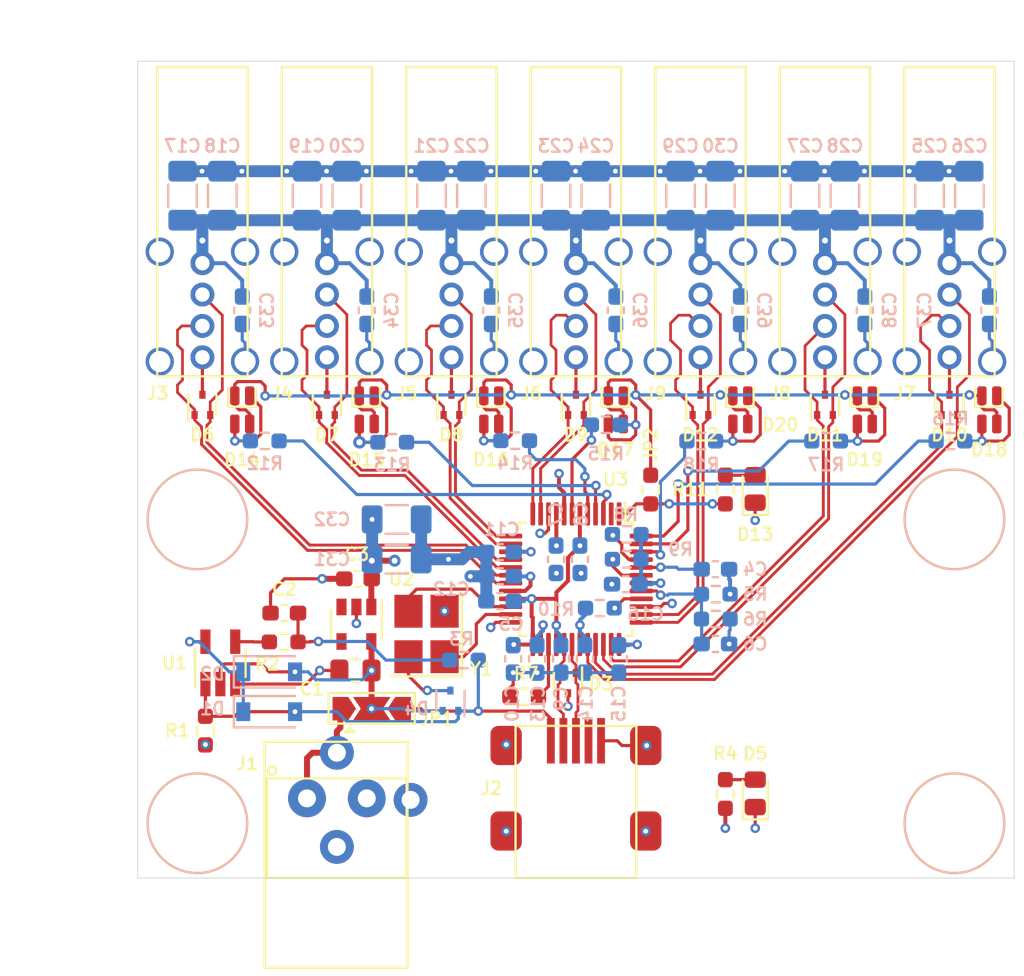
<source format=kicad_pcb>
(kicad_pcb (version 20171130) (host pcbnew "(5.1.9)-1")
  (layers (0 F.Cu signal) (1 In1.Cu signal) (2 In2.Cu signal) (31 B.Cu signal) (34 B.Paste user) (35 F.Paste user) (36 B.SilkS user) (37 F.SilkS user) (38 B.Mask user) (39 F.Mask user hide) (44 Edge.Cuts user))
  (net 0 "")
  (net 1 GND)
  (net 2 +5V)
  (net 3 +1V8)
  (net 4 +3V3)
  (net 5 /UpD-)
  (net 6 /UpD+)
  (net 7 /U1D-)
  (net 8 /U1D+)
  (net 9 /U4D-)
  (net 10 /U4D+)
  (net 11 /U7D-)
  (net 12 /U7D+)
  (net 13 /U2D-)
  (net 14 /U2D+)
  (net 15 /U5D-)
  (net 16 /U5D+)
  (net 17 /U3D-)
  (net 18 /U3D+)
  (net 19 /U6D-)
  (net 20 /U6D+)
  (net 21 /LEDCtl)
  (net 22 /Vin)
  (net 23 /LED1)
  (net 24 /LED2)
  (net 25 /LED3)
  (net 26 /LED4)
  (net 27 /LED5)
  (net 28 /LED6)
  (net 29 /LED7)
  (net 30 /LED1R)
  (net 31 /LED2R)
  (net 32 /LED3R)
  (net 33 /LED4R)
  (net 34 /LED5R)
  (net 35 /LED6R)
  (net 36 /LED7R)
  (net 37 /VBusSense)
  (net 38 /Test3)
  (net 39 /Test1)
  (net 40 /Reset)
  (net 41 /RExt)
  (net 42 /XOut)
  (net 43 /XIn)
  (net 44 /5vIn)
  (net 45 /VExt)
  (net 46 /En)
  (net 47 VCC)
  (net 48 /PwrEn)
  (net 49 "Net-(D5-Pad2)")
  (net 50 "Net-(D13-Pad2)")
  (net 51 /LED_Ctl)
  (module Package_QFP:LQFP-48_7x7mm_P0.5mm (layer F.Cu) (at 142.875 84.455 270)
    (fp_text reference U3 (at -6.35 -2.54 180) (layer F.SilkS) (effects (font (size 0.8 0.8) (thickness 0.153))))
    (fp_text value XR22417-48)
    (pad 48 smd roundrect (at -2.75 -4.1625 270) (size 0.3 1.475) (layers F.Cu F.Paste F.Mask) (net 27 /LED5))
    (pad 47 smd roundrect (at -2.25 -4.1625 270) (size 0.3 1.475) (layers F.Cu F.Paste F.Mask) (net 28 /LED6))
    (pad 46 smd roundrect (at -1.75 -4.1625 270) (size 0.3 1.475) (layers F.Cu F.Paste F.Mask) (net 29 /LED7))
    (pad 45 smd roundrect (at -1.25 -4.1625 270) (size 0.3 1.475) (layers F.Cu F.Paste F.Mask) (net 38 /Test3))
    (pad 44 smd roundrect (at -0.75 -4.1625 270) (size 0.3 1.475) (layers F.Cu F.Paste F.Mask) (net 1 GND))
    (pad 43 smd roundrect (at -0.25 -4.1625 270) (size 0.3 1.475) (layers F.Cu F.Paste F.Mask) (net 39 /Test1))
    (pad 42 smd roundrect (at 0.25 -4.1625 270) (size 0.3 1.475) (layers F.Cu F.Paste F.Mask) (net 4 +3V3))
    (pad 41 smd roundrect (at 0.75 -4.1625 270) (size 0.3 1.475) (layers F.Cu F.Paste F.Mask) (net 37 /VBusSense))
    (pad 40 smd roundrect (at 1.25 -4.1625 270) (size 0.3 1.475) (layers F.Cu F.Paste F.Mask) (net 40 /Reset))
    (pad 39 smd roundrect (at 1.75 -4.1625 270) (size 0.3 1.475) (layers F.Cu F.Paste F.Mask) (net 1 GND))
    (pad 38 smd roundrect (at 2.25 -4.1625 270) (size 0.3 1.475) (layers F.Cu F.Paste F.Mask) (net 12 /U7D+))
    (pad 37 smd roundrect (at 2.75 -4.1625 270) (size 0.3 1.475) (layers F.Cu F.Paste F.Mask) (net 11 /U7D-))
    (pad 36 smd roundrect (at 4.1625 -2.75 270) (size 1.475 0.3) (layers F.Cu F.Paste F.Mask) (net 4 +3V3))
    (pad 35 smd roundrect (at 4.1625 -2.25 270) (size 1.475 0.3) (layers F.Cu F.Paste F.Mask) (net 20 /U6D+))
    (pad 34 smd roundrect (at 4.1625 -1.75 270) (size 1.475 0.3) (layers F.Cu F.Paste F.Mask) (net 19 /U6D-))
    (pad 33 smd roundrect (at 4.1625 -1.25 270) (size 1.475 0.3) (layers F.Cu F.Paste F.Mask) (net 16 /U5D+))
    (pad 32 smd roundrect (at 4.1625 -0.75 270) (size 1.475 0.3) (layers F.Cu F.Paste F.Mask) (net 15 /U5D-))
    (pad 31 smd roundrect (at 4.1625 -0.25 270) (size 1.475 0.3) (layers F.Cu F.Paste F.Mask) (net 4 +3V3))
    (pad 30 smd roundrect (at 4.1625 0.25 270) (size 1.475 0.3) (layers F.Cu F.Paste F.Mask) (net 6 /UpD+))
    (pad 29 smd roundrect (at 4.1625 0.75 270) (size 1.475 0.3) (layers F.Cu F.Paste F.Mask) (net 5 /UpD-))
    (pad 28 smd roundrect (at 4.1625 1.25 270) (size 1.475 0.3) (layers F.Cu F.Paste F.Mask) (net 3 +1V8))
    (pad 27 smd roundrect (at 4.1625 1.75 270) (size 1.475 0.3) (layers F.Cu F.Paste F.Mask) (net 41 /RExt))
    (pad 26 smd roundrect (at 4.1625 2.25 270) (size 1.475 0.3) (layers F.Cu F.Paste F.Mask) (net 4 +3V3))
    (pad 25 smd roundrect (at 4.1625 2.75 270) (size 1.475 0.3) (layers F.Cu F.Paste F.Mask) (net 3 +1V8))
    (pad 24 smd roundrect (at 2.75 4.1625 270) (size 0.3 1.475) (layers F.Cu F.Paste F.Mask) (net 1 GND))
    (pad 23 smd roundrect (at 2.25 4.1625 270) (size 0.3 1.475) (layers F.Cu F.Paste F.Mask) (net 42 /XOut))
    (pad 22 smd roundrect (at 1.75 4.1625 270) (size 0.3 1.475) (layers F.Cu F.Paste F.Mask) (net 43 /XIn))
    (pad 21 smd roundrect (at 1.25 4.1625 270) (size 0.3 1.475) (layers F.Cu F.Paste F.Mask) (net 3 +1V8))
    (pad 20 smd roundrect (at 0.75 4.1625 270) (size 0.3 1.475) (layers F.Cu F.Paste F.Mask) (net 4 +3V3))
    (pad 19 smd roundrect (at 0.25 4.1625 270) (size 0.3 1.475) (layers F.Cu F.Paste F.Mask) (net 8 /U1D+))
    (pad 18 smd roundrect (at -0.25 4.1625 270) (size 0.3 1.475) (layers F.Cu F.Paste F.Mask) (net 7 /U1D-))
    (pad 17 smd roundrect (at -0.75 4.1625 270) (size 0.3 1.475) (layers F.Cu F.Paste F.Mask) (net 14 /U2D+))
    (pad 16 smd roundrect (at -1.25 4.1625 270) (size 0.3 1.475) (layers F.Cu F.Paste F.Mask) (net 13 /U2D-))
    (pad 15 smd roundrect (at -1.75 4.1625 270) (size 0.3 1.475) (layers F.Cu F.Paste F.Mask) (net 4 +3V3))
    (pad 14 smd roundrect (at -2.25 4.1625 270) (size 0.3 1.475) (layers F.Cu F.Paste F.Mask) (net 18 /U3D+))
    (pad 13 smd roundrect (at -2.75 4.1625 270) (size 0.3 1.475) (layers F.Cu F.Paste F.Mask) (net 17 /U3D-))
    (pad 12 smd roundrect (at -4.1625 2.75 270) (size 1.475 0.3) (layers F.Cu F.Paste F.Mask) (net 10 /U4D+))
    (pad 11 smd roundrect (at -4.1625 2.25 270) (size 1.475 0.3) (layers F.Cu F.Paste F.Mask) (net 9 /U4D-))
    (pad 10 smd roundrect (at -4.1625 1.75 270) (size 1.475 0.3) (layers F.Cu F.Paste F.Mask) (net 1 GND))
    (pad 9 smd roundrect (at -4.1625 1.25 270) (size 1.475 0.3) (layers F.Cu F.Paste F.Mask) (net 4 +3V3))
    (pad 8 smd roundrect (at -4.1625 0.75 270) (size 1.475 0.3) (layers F.Cu F.Paste F.Mask) (net 2 +5V))
    (pad 7 smd roundrect (at -4.1625 0.25 270) (size 1.475 0.3) (layers F.Cu F.Paste F.Mask) (net 26 /LED4))
    (pad 6 smd roundrect (at -4.1625 -0.25 270) (size 1.475 0.3) (layers F.Cu F.Paste F.Mask) (net 3 +1V8))
    (pad 5 smd roundrect (at -4.1625 -0.75 270) (size 1.475 0.3) (layers F.Cu F.Paste F.Mask) (net 25 /LED3))
    (pad 4 smd roundrect (at -4.1625 -1.25 270) (size 1.475 0.3) (layers F.Cu F.Paste F.Mask) (net 24 /LED2))
    (pad 3 smd roundrect (at -4.1625 -1.75 270) (size 1.475 0.3) (layers F.Cu F.Paste F.Mask) (net 23 /LED1))
    (pad 2 smd roundrect (at -4.1625 -2.25 270) (size 1.475 0.3) (layers F.Cu F.Paste F.Mask))
    (pad 1 smd roundrect (at -4.1625 -2.75 270) (size 1.475 0.3) (layers F.Cu F.Paste F.Mask) (net 51 /LED_Ctl))
  )
  (module Resistor_SMD:R_0603_1608Metric_Pad0.98x0.95mm_HandSolder (layer F.Cu) (at 152.4 78.74 270)
    (fp_text reference R11 (at 0 2.2225 180) (layer F.SilkS) (effects (font (size 0.8 0.8) (thickness 0.153))))
    (fp_text value R)
    (pad 2 smd roundrect (at 0.9125 0 270) (size 0.975 0.95) (layers F.Cu F.Paste F.Mask) (net 51 /LED_Ctl))
    (pad 1 smd roundrect (at -0.9125 0 270) (size 0.975 0.95) (layers F.Cu F.Paste F.Mask) (net 50 "Net-(D13-Pad2)"))
  )
  (module Resistor_SMD:R_0603_1608Metric_Pad0.98x0.95mm_HandSolder (layer F.Cu) (at 152.4 98.1475 270)
    (fp_text reference R4 (at -2.58 0 180) (layer F.SilkS) (effects (font (size 0.8 0.8) (thickness 0.153))))
    (fp_text value R)
    (pad 2 smd roundrect (at 0.9125 0 270) (size 0.975 0.95) (layers F.Cu F.Paste F.Mask) (net 2 +5V))
    (pad 1 smd roundrect (at -0.9125 0 270) (size 0.975 0.95) (layers F.Cu F.Paste F.Mask) (net 49 "Net-(D5-Pad2)"))
  )
  (module Resistor_SMD:R_0603_1608Metric_Pad0.98x0.95mm_HandSolder (layer F.Cu) (at 147.6375 78.74 90)
    (fp_text reference JP2 (at 2.8575 0 90) (layer F.SilkS) (effects (font (size 0.8 0.8) (thickness 0.153))))
    (fp_text value Jumper_NO_Small)
    (pad 2 smd roundrect (at 0.9125 0 90) (size 0.975 0.95) (layers F.Cu F.Paste F.Mask) (net 21 /LEDCtl))
    (pad 1 smd roundrect (at -0.9125 0 90) (size 0.975 0.95) (layers F.Cu F.Paste F.Mask) (net 51 /LED_Ctl))
  )
  (module 0MiscParts:LED_0603_1608Metric_Pad1.05x1.35mm_HandSolder (layer F.Cu) (at 154.3 78.7 90)
    (fp_text reference D13 (at -2.8975 0.005 180) (layer F.SilkS) (effects (font (size 0.8 0.8) (thickness 0.153))))
    (fp_text value LED)
    (pad 2 smd roundrect (at 0.875 0 90) (size 1.05 1.35) (layers F.Cu F.Paste F.Mask) (net 50 "Net-(D13-Pad2)"))
    (pad 1 smd roundrect (at -0.875 0 90) (size 1.05 1.35) (layers F.Cu F.Paste F.Mask) (net 1 GND))
  )
  (module 0MiscParts:LED_0603_1608Metric_Pad1.05x1.35mm_HandSolder (layer F.Cu) (at 154.305 98.1075 90)
    (fp_text reference D5 (at 2.54 0 180) (layer F.SilkS) (effects (font (size 0.8 0.8) (thickness 0.153))))
    (fp_text value LED)
    (pad 2 smd roundrect (at 0.875 0 90) (size 1.05 1.35) (layers F.Cu F.Paste F.Mask) (net 49 "Net-(D5-Pad2)"))
    (pad 1 smd roundrect (at -0.875 0 90) (size 1.05 1.35) (layers F.Cu F.Paste F.Mask) (net 1 GND))
  )
  (module 0MiscParts:LED_2_2x1.25 (layer F.Cu) (at 153.3525 73.66 270)
    (fp_text reference D20 (at 0.9525 -2.54 180) (layer F.SilkS) (effects (font (size 0.8 0.8) (thickness 0.153))))
    (fp_text value APHBM2012CGKSEKC)
    (pad 2 smd roundrect (at -0.9 -0.475 270) (size 1.2 0.6) (layers F.Cu F.Paste F.Mask) (net 36 /LED7R))
    (pad 3 smd roundrect (at -0.9 0.475 270) (size 1.2 0.6) (layers F.Cu F.Paste F.Mask) (net 21 /LEDCtl))
    (pad 4 smd roundrect (at 0.9 0.475 270) (size 1.2 0.6) (layers F.Cu F.Paste F.Mask) (net 36 /LED7R))
    (pad 1 smd roundrect (at 0.9 -0.475 270) (size 1.2 0.6) (layers F.Cu F.Paste F.Mask) (net 21 /LEDCtl))
  )
  (module 0MiscParts:LED_2_2x1.25 (layer F.Cu) (at 161.29 73.66 270)
    (fp_text reference D19 (at 3.175 0 180) (layer F.SilkS) (effects (font (size 0.8 0.8) (thickness 0.153))))
    (fp_text value APHBM2012CGKSEKC)
    (pad 2 smd roundrect (at -0.9 -0.475 270) (size 1.2 0.6) (layers F.Cu F.Paste F.Mask) (net 35 /LED6R))
    (pad 3 smd roundrect (at -0.9 0.475 270) (size 1.2 0.6) (layers F.Cu F.Paste F.Mask) (net 21 /LEDCtl))
    (pad 4 smd roundrect (at 0.9 0.475 270) (size 1.2 0.6) (layers F.Cu F.Paste F.Mask) (net 35 /LED6R))
    (pad 1 smd roundrect (at 0.9 -0.475 270) (size 1.2 0.6) (layers F.Cu F.Paste F.Mask) (net 21 /LEDCtl))
  )
  (module 0MiscParts:LED_2_2x1.25 (layer F.Cu) (at 169.2275 73.66 270)
    (fp_text reference D18 (at 2.54 0 180) (layer F.SilkS) (effects (font (size 0.8 0.8) (thickness 0.153))))
    (fp_text value APHBM2012CGKSEKC)
    (pad 2 smd roundrect (at -0.9 -0.475 270) (size 1.2 0.6) (layers F.Cu F.Paste F.Mask) (net 34 /LED5R))
    (pad 3 smd roundrect (at -0.9 0.475 270) (size 1.2 0.6) (layers F.Cu F.Paste F.Mask) (net 21 /LEDCtl))
    (pad 4 smd roundrect (at 0.9 0.475 270) (size 1.2 0.6) (layers F.Cu F.Paste F.Mask) (net 34 /LED5R))
    (pad 1 smd roundrect (at 0.9 -0.475 270) (size 1.2 0.6) (layers F.Cu F.Paste F.Mask) (net 21 /LEDCtl))
  )
  (module 0MiscParts:LED_2_2x1.25 (layer F.Cu) (at 145.415 73.66 270)
    (fp_text reference D17 (at 2.54 0 180) (layer F.SilkS) (effects (font (size 0.8 0.8) (thickness 0.153))))
    (fp_text value APHBM2012CGKSEKC)
    (pad 2 smd roundrect (at -0.9 -0.475 270) (size 1.2 0.6) (layers F.Cu F.Paste F.Mask) (net 33 /LED4R))
    (pad 3 smd roundrect (at -0.9 0.475 270) (size 1.2 0.6) (layers F.Cu F.Paste F.Mask) (net 21 /LEDCtl))
    (pad 4 smd roundrect (at 0.9 0.475 270) (size 1.2 0.6) (layers F.Cu F.Paste F.Mask) (net 33 /LED4R))
    (pad 1 smd roundrect (at 0.9 -0.475 270) (size 1.2 0.6) (layers F.Cu F.Paste F.Mask) (net 21 /LEDCtl))
  )
  (module 0MiscParts:LED_2_2x1.25 (layer F.Cu) (at 137.4775 73.66 270)
    (fp_text reference D16 (at 3.175 0 180) (layer F.SilkS) (effects (font (size 0.8 0.8) (thickness 0.153))))
    (fp_text value APHBM2012CGKSEKC)
    (pad 2 smd roundrect (at -0.9 -0.475 270) (size 1.2 0.6) (layers F.Cu F.Paste F.Mask) (net 32 /LED3R))
    (pad 3 smd roundrect (at -0.9 0.475 270) (size 1.2 0.6) (layers F.Cu F.Paste F.Mask) (net 21 /LEDCtl))
    (pad 4 smd roundrect (at 0.9 0.475 270) (size 1.2 0.6) (layers F.Cu F.Paste F.Mask) (net 32 /LED3R))
    (pad 1 smd roundrect (at 0.9 -0.475 270) (size 1.2 0.6) (layers F.Cu F.Paste F.Mask) (net 21 /LEDCtl))
  )
  (module 0MiscParts:LED_2_2x1.25 (layer F.Cu) (at 129.54 73.66 270)
    (fp_text reference D15 (at 3.175 0 180) (layer F.SilkS) (effects (font (size 0.8 0.8) (thickness 0.153))))
    (fp_text value APHBM2012CGKSEKC)
    (pad 2 smd roundrect (at -0.9 -0.475 270) (size 1.2 0.6) (layers F.Cu F.Paste F.Mask) (net 31 /LED2R))
    (pad 3 smd roundrect (at -0.9 0.475 270) (size 1.2 0.6) (layers F.Cu F.Paste F.Mask) (net 21 /LEDCtl))
    (pad 4 smd roundrect (at 0.9 0.475 270) (size 1.2 0.6) (layers F.Cu F.Paste F.Mask) (net 31 /LED2R))
    (pad 1 smd roundrect (at 0.9 -0.475 270) (size 1.2 0.6) (layers F.Cu F.Paste F.Mask) (net 21 /LEDCtl))
  )
  (module 0MiscParts:LED_2_2x1.25 (layer F.Cu) (at 121.6025 73.66 270)
    (fp_text reference D14 (at 3.175 0 180) (layer F.SilkS) (effects (font (size 0.8 0.8) (thickness 0.153))))
    (fp_text value APHBM2012CGKSEKC)
    (pad 2 smd roundrect (at -0.9 -0.475 270) (size 1.2 0.6) (layers F.Cu F.Paste F.Mask) (net 30 /LED1R))
    (pad 3 smd roundrect (at -0.9 0.475 270) (size 1.2 0.6) (layers F.Cu F.Paste F.Mask) (net 21 /LEDCtl))
    (pad 4 smd roundrect (at 0.9 0.475 270) (size 1.2 0.6) (layers F.Cu F.Paste F.Mask) (net 30 /LED1R))
    (pad 1 smd roundrect (at 0.9 -0.475 270) (size 1.2 0.6) (layers F.Cu F.Paste F.Mask) (net 21 /LEDCtl))
  )
  (module Capacitor_SMD:C_0603_1608Metric_Pad1.05x0.95mm_HandSolder (layer F.Cu) (at 124.2835 86.614 180)
    (fp_text reference C2 (at 0 1.524) (layer F.SilkS) (effects (font (size 0.8 0.8) (thickness 0.153))))
    (fp_text value 1uf)
    (pad 2 smd roundrect (at 0.875 0 180) (size 1.05 0.95) (layers F.Cu F.Paste F.Mask) (net 1 GND))
    (pad 1 smd roundrect (at -0.875 0 180) (size 1.05 0.95) (layers F.Cu F.Paste F.Mask) (net 46 /En))
  )
  (module Package_TO_SOT_SMD:SOT-23-5_HandSoldering (layer F.Cu) (at 120.2055 89.789 90)
    (fp_text reference U1 (at 0 -2.9 180) (layer F.SilkS) (effects (font (size 0.8 0.8) (thickness 0.153))))
    (fp_text value 74LVC1G08)
    (pad 5 smd rect (at 1.35 -0.95 90) (size 1.56 0.65) (layers F.Cu F.Paste F.Mask) (net 47 VCC))
    (pad 4 smd rect (at 1.35 0.95 90) (size 1.56 0.65) (layers F.Cu F.Paste F.Mask) (net 48 /PwrEn))
    (pad 3 smd rect (at -1.35 0.95 90) (size 1.56 0.65) (layers F.Cu F.Paste F.Mask) (net 1 GND))
    (pad 2 smd rect (at -1.35 0 90) (size 1.56 0.65) (layers F.Cu F.Paste F.Mask) (net 44 /5vIn))
    (pad 1 smd rect (at -1.35 -0.95 90) (size 1.56 0.65) (layers F.Cu F.Paste F.Mask) (net 22 /Vin))
  )
  (module Resistor_SMD:R_0603_1608Metric_Pad0.98x0.95mm_HandSolder (layer F.Cu) (at 124.246 88.4555)
    (fp_text reference R2 (at -1.056 1.397) (layer F.SilkS) (effects (font (size 0.8 0.8) (thickness 0.153))))
    (fp_text value 10k)
    (pad 2 smd roundrect (at 0.9125 0) (size 0.975 0.95) (layers F.Cu F.Paste F.Mask) (net 46 /En))
    (pad 1 smd roundrect (at -0.9125 0) (size 0.975 0.95) (layers F.Cu F.Paste F.Mask) (net 48 /PwrEn))
  )
  (module Resistor_SMD:R_0603_1608Metric_Pad0.98x0.95mm_HandSolder (layer F.Cu) (at 119.253 94.107 90)
    (fp_text reference R1 (at 0 -1.778 180) (layer F.SilkS) (effects (font (size 0.8 0.8) (thickness 0.153))))
    (fp_text value 10k)
    (pad 2 smd roundrect (at 0.9125 0 90) (size 0.975 0.95) (layers F.Cu F.Paste F.Mask) (net 22 /Vin))
    (pad 1 smd roundrect (at -0.9125 0 90) (size 0.975 0.95) (layers F.Cu F.Paste F.Mask) (net 1 GND))
  )
  (module Diode_SMD:D_SOD-123 (layer B.Cu) (at 123.317 90.3605)
    (fp_text reference D2 (at -3.6195 0.127) (layer B.SilkS) (effects (font (size 0.8 0.8) (thickness 0.153)) (justify mirror)))
    (fp_text value D_Schottky)
    (pad 2 smd rect (at 1.65 0) (size 0.9 1.2) (layers B.Cu B.Paste B.Mask) (net 44 /5vIn))
    (pad 1 smd rect (at -1.65 0) (size 0.9 1.2) (layers B.Cu B.Paste B.Mask) (net 47 VCC))
  )
  (module Diode_SMD:D_SOD-123 (layer B.Cu) (at 123.317 92.9005)
    (fp_text reference D1 (at -3.6195 -0.1905) (layer B.SilkS) (effects (font (size 0.8 0.8) (thickness 0.153)) (justify mirror)))
    (fp_text value D_Schottky)
    (pad 2 smd rect (at 1.65 0) (size 0.9 1.2) (layers B.Cu B.Paste B.Mask) (net 22 /Vin))
    (pad 1 smd rect (at -1.65 0) (size 0.9 1.2) (layers B.Cu B.Paste B.Mask) (net 47 VCC))
  )
  (module Crystal:Crystal_SMD_3225-4Pin_3.2x2.5mm_HandSoldering (layer F.Cu) (at 133.35 87.9475 90)
    (fp_text reference Y1 (at -2.2225 3.4925 180) (layer F.SilkS) (effects (font (size 0.8 0.8) (thickness 0.153))))
    (fp_text value ECS-120-20-33-CKM-TR)
    (pad 4 smd rect (at -1.45 -1.15 90) (size 2.1 1.8) (layers F.Cu F.Paste F.Mask) (net 1 GND))
    (pad 3 smd rect (at 1.45 -1.15 90) (size 2.1 1.8) (layers F.Cu F.Paste F.Mask) (net 43 /XIn))
    (pad 2 smd rect (at 1.45 1.15 90) (size 2.1 1.8) (layers F.Cu F.Paste F.Mask) (net 1 GND))
    (pad 1 smd rect (at -1.45 1.15 90) (size 2.1 1.8) (layers F.Cu F.Paste F.Mask) (net 42 /XOut))
  )
  (module Package_TO_SOT_SMD:SOT-523 (layer B.Cu) (at 134.874 92.202 90)
    (fp_text reference D4 (at -0.508 -2.159 180) (layer B.SilkS) (effects (font (size 0.8 0.8) (thickness 0.153)) (justify mirror)))
    (fp_text value ‎RCLAMP0582B.TCT‎)
    (pad 2 smd rect (at -0.645 -0.5 270) (size 0.51 0.4) (layers B.Cu B.Paste B.Mask) (net 44 /5vIn))
    (pad 3 smd rect (at 0.645 0 270) (size 0.51 0.4) (layers B.Cu B.Paste B.Mask) (net 1 GND))
    (pad 1 smd rect (at -0.645 0.5 270) (size 0.51 0.4) (layers B.Cu B.Paste B.Mask) (net 22 /Vin))
  )
  (module Jumper:SolderJumper-3_P2.0mm_Open_TrianglePad1.0x1.5mm (layer F.Cu) (at 129.8575 92.71)
    (fp_text reference JP1 (at 4.1275 0.635) (layer F.SilkS) (effects (font (size 0.8 0.8) (thickness 0.153))))
    (fp_text value Jumper_3_Open)
    (pad 3 smd custom (at 2 0 180) (size 0.3 0.3) (layers F.Cu F.Mask) (net 22 /Vin) (options (clearance outline) (anchor rect)) (primitives (gr_poly (pts (xy -0.5 -0.75) (xy 0.5 -0.75) (xy 1 0) (xy 0.5 0.75) (xy -0.5 0.75)) (width 0))))
    (pad 2 smd custom (at 0 0) (size 0.3 0.3) (layers F.Cu) (net 44 /5vIn) (options (clearance outline) (anchor rect)) (primitives (gr_poly (pts (xy -1.2 -0.75) (xy 1.2 -0.75) (xy 0.7 0) (xy 1.2 0.75) (xy -1.2 0.75) (xy -0.7 0)) (width 0))))
    (pad 1 smd custom (at -2 0) (size 0.3 0.3) (layers F.Cu F.Mask) (net 45 /VExt) (options (clearance outline) (anchor rect)) (primitives (gr_poly (pts (xy -0.5 -0.75) (xy 0.5 -0.75) (xy 1 0) (xy 0.5 0.75) (xy -0.5 0.75)) (width 0))))
  )
  (module 0MiscParts:PJ-102-3.81mm (layer F.Cu) (at 127.635 109.22 90)
    (fp_text reference J1 (at 13.0175 -5.715 180) (layer F.SilkS) (effects (font (size 0.8 0.8) (thickness 0.153))))
    (fp_text value PJ-102)
    (pad 1 thru_hole circle (at 10.795 -1.905) (size 2.413 2.413) (drill 1.143) (layers *.Cu *.Mask) (net 45 /VExt))
    (pad 2 thru_hole circle (at 10.795 1.905) (size 2.413 2.413) (drill 1.143) (layers *.Cu *.Mask) (net 1 GND))
    (pad 3 thru_hole circle (at 10.7 4.7 90) (size 2.159 2.159) (drill 1.143) (layers *.Cu *.Mask))
    (pad 2 thru_hole circle (at 7.7 0 90) (size 2.159 2.159) (drill 1.143) (layers *.Cu *.Mask) (net 1 GND))
    (pad 1 thru_hole circle (at 13.7 0 90) (size 2.159 2.159) (drill 1.143) (layers *.Cu *.Mask) (net 45 /VExt))
  )
  (module Capacitor_SMD:C_0603_1608Metric_Pad1.05x0.95mm_HandSolder (layer F.Cu) (at 128.9812 84.4296 180)
    (fp_text reference C3 (at 0.0762 1.5621) (layer F.SilkS) (effects (font (size 0.8 0.8) (thickness 0.153))))
    (fp_text value .1uf)
    (pad 2 smd roundrect (at 0.875 0 180) (size 1.05 0.95) (layers F.Cu F.Paste F.Mask) (net 1 GND))
    (pad 1 smd roundrect (at -0.875 0 180) (size 1.05 0.95) (layers F.Cu F.Paste F.Mask) (net 2 +5V))
  )
  (module Capacitor_SMD:C_0805_2012Metric_Pad1.15x1.40mm_HandSolder (layer F.Cu) (at 128.8198 90.2716 180)
    (fp_text reference C1 (at 2.7723 -1.1684) (layer F.SilkS) (effects (font (size 0.8 0.8) (thickness 0.153))))
    (fp_text value 10uf)
    (pad 2 smd roundrect (at 1.025 0 180) (size 1.15 1.4) (layers F.Cu F.Paste F.Mask) (roundrect_rratio 0.2173904347826087) (net 1 GND))
    (pad 1 smd roundrect (at -1.025 0 180) (size 1.15 1.4) (layers F.Cu F.Paste F.Mask) (roundrect_rratio 0.2173904347826087) (net 44 /5vIn))
  )
  (module 0MiscParts:USB_A_RA_73725 (layer F.Cu) (at 134.9375 67.31 180)
    (fp_text reference J5 (at 2.8575 -5.3) (layer F.SilkS) (effects (font (size 0.8 0.8) (thickness 0.153))))
    (fp_text value 73725-0110RLF)
    (pad 5 thru_hole circle (at -2.72 -3.27 180) (size 1.8 1.8) (drill 1.35) (layers *.Cu *.Mask) (net 1 GND))
    (pad 5 thru_hole circle (at 2.72 -3.27 180) (size 1.8 1.8) (drill 1.35) (layers *.Cu *.Mask) (net 1 GND))
    (pad 5 thru_hole circle (at 2.72 3.73 180) (size 1.8 1.8) (drill 1.35) (layers *.Cu *.Mask) (net 1 GND))
    (pad 5 thru_hole circle (at -2.72 3.73 180) (size 1.8 1.8) (drill 1.35) (layers *.Cu *.Mask) (net 1 GND))
    (pad 4 thru_hole circle (at 0 -3 180) (size 1.524 1.524) (drill 0.92) (layers *.Cu *.Mask) (net 1 GND))
    (pad 3 thru_hole circle (at 0 -1 180) (size 1.524 1.524) (drill 0.92) (layers *.Cu *.Mask) (net 18 /U3D+))
    (pad 2 thru_hole circle (at 0 1 180) (size 1.524 1.524) (drill 0.92) (layers *.Cu *.Mask) (net 17 /U3D-))
    (pad 1 thru_hole circle (at 0 3 180) (size 1.524 1.524) (drill 0.92) (layers *.Cu *.Mask) (net 2 +5V))
  )
  (module 0MiscParts:USB_A_RA_73725 (layer F.Cu) (at 158.75 67.31 180)
    (fp_text reference J8 (at 2.8575 -5.3) (layer F.SilkS) (effects (font (size 0.8 0.8) (thickness 0.153))))
    (fp_text value 73725-0110RLF)
    (pad 5 thru_hole circle (at -2.72 -3.27 180) (size 1.8 1.8) (drill 1.35) (layers *.Cu *.Mask) (net 1 GND))
    (pad 5 thru_hole circle (at 2.72 -3.27 180) (size 1.8 1.8) (drill 1.35) (layers *.Cu *.Mask) (net 1 GND))
    (pad 5 thru_hole circle (at 2.72 3.73 180) (size 1.8 1.8) (drill 1.35) (layers *.Cu *.Mask) (net 1 GND))
    (pad 5 thru_hole circle (at -2.72 3.73 180) (size 1.8 1.8) (drill 1.35) (layers *.Cu *.Mask) (net 1 GND))
    (pad 4 thru_hole circle (at 0 -3 180) (size 1.524 1.524) (drill 0.92) (layers *.Cu *.Mask) (net 1 GND))
    (pad 3 thru_hole circle (at 0 -1 180) (size 1.524 1.524) (drill 0.92) (layers *.Cu *.Mask) (net 20 /U6D+))
    (pad 2 thru_hole circle (at 0 1 180) (size 1.524 1.524) (drill 0.92) (layers *.Cu *.Mask) (net 19 /U6D-))
    (pad 1 thru_hole circle (at 0 3 180) (size 1.524 1.524) (drill 0.92) (layers *.Cu *.Mask) (net 2 +5V))
  )
  (module 0MiscParts:USB_A_RA_73725 (layer F.Cu) (at 166.6875 67.31 180)
    (fp_text reference J7 (at 2.8575 -5.3) (layer F.SilkS) (effects (font (size 0.8 0.8) (thickness 0.153))))
    (fp_text value 73725-0110RLF)
    (pad 5 thru_hole circle (at -2.72 -3.27 180) (size 1.8 1.8) (drill 1.35) (layers *.Cu *.Mask) (net 1 GND))
    (pad 5 thru_hole circle (at 2.72 -3.27 180) (size 1.8 1.8) (drill 1.35) (layers *.Cu *.Mask) (net 1 GND))
    (pad 5 thru_hole circle (at 2.72 3.73 180) (size 1.8 1.8) (drill 1.35) (layers *.Cu *.Mask) (net 1 GND))
    (pad 5 thru_hole circle (at -2.72 3.73 180) (size 1.8 1.8) (drill 1.35) (layers *.Cu *.Mask) (net 1 GND))
    (pad 4 thru_hole circle (at 0 -3 180) (size 1.524 1.524) (drill 0.92) (layers *.Cu *.Mask) (net 1 GND))
    (pad 3 thru_hole circle (at 0 -1 180) (size 1.524 1.524) (drill 0.92) (layers *.Cu *.Mask) (net 16 /U5D+))
    (pad 2 thru_hole circle (at 0 1 180) (size 1.524 1.524) (drill 0.92) (layers *.Cu *.Mask) (net 15 /U5D-))
    (pad 1 thru_hole circle (at 0 3 180) (size 1.524 1.524) (drill 0.92) (layers *.Cu *.Mask) (net 2 +5V))
  )
  (module 0MiscParts:USB_A_RA_73725 (layer F.Cu) (at 127 67.31 180)
    (fp_text reference J4 (at 2.8575 -5.3) (layer F.SilkS) (effects (font (size 0.8 0.8) (thickness 0.153))))
    (fp_text value 73725-0110RLF)
    (pad 5 thru_hole circle (at -2.72 -3.27 180) (size 1.8 1.8) (drill 1.35) (layers *.Cu *.Mask) (net 1 GND))
    (pad 5 thru_hole circle (at 2.72 -3.27 180) (size 1.8 1.8) (drill 1.35) (layers *.Cu *.Mask) (net 1 GND))
    (pad 5 thru_hole circle (at 2.72 3.73 180) (size 1.8 1.8) (drill 1.35) (layers *.Cu *.Mask) (net 1 GND))
    (pad 5 thru_hole circle (at -2.72 3.73 180) (size 1.8 1.8) (drill 1.35) (layers *.Cu *.Mask) (net 1 GND))
    (pad 4 thru_hole circle (at 0 -3 180) (size 1.524 1.524) (drill 0.92) (layers *.Cu *.Mask) (net 1 GND))
    (pad 3 thru_hole circle (at 0 -1 180) (size 1.524 1.524) (drill 0.92) (layers *.Cu *.Mask) (net 14 /U2D+))
    (pad 2 thru_hole circle (at 0 1 180) (size 1.524 1.524) (drill 0.92) (layers *.Cu *.Mask) (net 13 /U2D-))
    (pad 1 thru_hole circle (at 0 3 180) (size 1.524 1.524) (drill 0.92) (layers *.Cu *.Mask) (net 2 +5V))
  )
  (module 0MiscParts:USB_A_RA_73725 (layer F.Cu) (at 150.8125 67.31 180)
    (fp_text reference J9 (at 2.8575 -5.3) (layer F.SilkS) (effects (font (size 0.8 0.8) (thickness 0.153))))
    (fp_text value 73725-0110RLF)
    (pad 5 thru_hole circle (at -2.72 -3.27 180) (size 1.8 1.8) (drill 1.35) (layers *.Cu *.Mask) (net 1 GND))
    (pad 5 thru_hole circle (at 2.72 -3.27 180) (size 1.8 1.8) (drill 1.35) (layers *.Cu *.Mask) (net 1 GND))
    (pad 5 thru_hole circle (at 2.72 3.73 180) (size 1.8 1.8) (drill 1.35) (layers *.Cu *.Mask) (net 1 GND))
    (pad 5 thru_hole circle (at -2.72 3.73 180) (size 1.8 1.8) (drill 1.35) (layers *.Cu *.Mask) (net 1 GND))
    (pad 4 thru_hole circle (at 0 -3 180) (size 1.524 1.524) (drill 0.92) (layers *.Cu *.Mask) (net 1 GND))
    (pad 3 thru_hole circle (at 0 -1 180) (size 1.524 1.524) (drill 0.92) (layers *.Cu *.Mask) (net 12 /U7D+))
    (pad 2 thru_hole circle (at 0 1 180) (size 1.524 1.524) (drill 0.92) (layers *.Cu *.Mask) (net 11 /U7D-))
    (pad 1 thru_hole circle (at 0 3 180) (size 1.524 1.524) (drill 0.92) (layers *.Cu *.Mask) (net 2 +5V))
  )
  (module 0MiscParts:USB_A_RA_73725 (layer F.Cu) (at 142.875 67.31 180)
    (fp_text reference J6 (at 2.8575 -5.3) (layer F.SilkS) (effects (font (size 0.8 0.8) (thickness 0.153))))
    (fp_text value 73725-0110RLF)
    (pad 5 thru_hole circle (at -2.72 -3.27 180) (size 1.8 1.8) (drill 1.35) (layers *.Cu *.Mask) (net 1 GND))
    (pad 5 thru_hole circle (at 2.72 -3.27 180) (size 1.8 1.8) (drill 1.35) (layers *.Cu *.Mask) (net 1 GND))
    (pad 5 thru_hole circle (at 2.72 3.73 180) (size 1.8 1.8) (drill 1.35) (layers *.Cu *.Mask) (net 1 GND))
    (pad 5 thru_hole circle (at -2.72 3.73 180) (size 1.8 1.8) (drill 1.35) (layers *.Cu *.Mask) (net 1 GND))
    (pad 4 thru_hole circle (at 0 -3 180) (size 1.524 1.524) (drill 0.92) (layers *.Cu *.Mask) (net 1 GND))
    (pad 3 thru_hole circle (at 0 -1 180) (size 1.524 1.524) (drill 0.92) (layers *.Cu *.Mask) (net 10 /U4D+))
    (pad 2 thru_hole circle (at 0 1 180) (size 1.524 1.524) (drill 0.92) (layers *.Cu *.Mask) (net 9 /U4D-))
    (pad 1 thru_hole circle (at 0 3 180) (size 1.524 1.524) (drill 0.92) (layers *.Cu *.Mask) (net 2 +5V))
  )
  (module 0MiscParts:USB_A_RA_73725 (layer F.Cu) (at 119.0625 67.31 180)
    (fp_text reference J3 (at 2.8575 -5.3) (layer F.SilkS) (effects (font (size 0.8 0.8) (thickness 0.153))))
    (fp_text value 73725-0110RLF)
    (pad 5 thru_hole circle (at -2.72 -3.27 180) (size 1.8 1.8) (drill 1.35) (layers *.Cu *.Mask) (net 1 GND))
    (pad 5 thru_hole circle (at 2.72 -3.27 180) (size 1.8 1.8) (drill 1.35) (layers *.Cu *.Mask) (net 1 GND))
    (pad 5 thru_hole circle (at 2.72 3.73 180) (size 1.8 1.8) (drill 1.35) (layers *.Cu *.Mask) (net 1 GND))
    (pad 5 thru_hole circle (at -2.72 3.73 180) (size 1.8 1.8) (drill 1.35) (layers *.Cu *.Mask) (net 1 GND))
    (pad 4 thru_hole circle (at 0 -3 180) (size 1.524 1.524) (drill 0.92) (layers *.Cu *.Mask) (net 1 GND))
    (pad 3 thru_hole circle (at 0 -1 180) (size 1.524 1.524) (drill 0.92) (layers *.Cu *.Mask) (net 8 /U1D+))
    (pad 2 thru_hole circle (at 0 1 180) (size 1.524 1.524) (drill 0.92) (layers *.Cu *.Mask) (net 7 /U1D-))
    (pad 1 thru_hole circle (at 0 3 180) (size 1.524 1.524) (drill 0.92) (layers *.Cu *.Mask) (net 2 +5V))
  )
  (module "0MiscParts:MountingHole _1-8_1-4" (layer F.Cu) (at 167.005 100.0125)
    (fp_text reference H4)
    (fp_text value MountingHole)
    (pad "" np_thru_hole circle (at 0 0) (size 3.175 3.175) (drill 3.175) (layers *.Cu *.Mask))
  )
  (module "0MiscParts:MountingHole _1-8_1-4" (layer F.Cu) (at 167.005 80.645)
    (fp_text reference H3)
    (fp_text value MountingHole)
    (pad "" np_thru_hole circle (at 0 0) (size 3.175 3.175) (drill 3.175) (layers *.Cu *.Mask))
  )
  (module "0MiscParts:MountingHole _1-8_1-4" (layer F.Cu) (at 118.745 100.0125)
    (fp_text reference H2)
    (fp_text value MountingHole)
    (pad "" np_thru_hole circle (at 0 0) (size 3.175 3.175) (drill 3.175) (layers *.Cu *.Mask))
  )
  (module "0MiscParts:MountingHole _1-8_1-4" (layer F.Cu) (at 118.745 80.645)
    (fp_text reference H1)
    (fp_text value MountingHole)
    (pad "" np_thru_hole circle (at 0 0) (size 3.175 3.175) (drill 3.175) (layers *.Cu *.Mask))
  )
  (module Capacitor_SMD:C_1206_3216Metric_Pad1.33x1.80mm_HandSolder (layer B.Cu) (at 131.445 80.645)
    (fp_text reference C32 (at -4.1275 0) (layer B.SilkS) (effects (font (size 0.8 0.8) (thickness 0.153)) (justify mirror)))
    (fp_text value 22uf)
    (pad 2 smd roundrect (at 1.5625 0) (size 1.325 1.8) (layers B.Cu B.Paste B.Mask) (roundrect_rratio 0.1886784905660377) (net 1 GND))
    (pad 1 smd roundrect (at -1.5625 0) (size 1.325 1.8) (layers B.Cu B.Paste B.Mask) (roundrect_rratio 0.1886784905660377) (net 2 +5V))
  )
  (module Capacitor_SMD:C_1206_3216Metric_Pad1.33x1.80mm_HandSolder (layer B.Cu) (at 131.445 83.185)
    (fp_text reference C31 (at -4.1275 0) (layer B.SilkS) (effects (font (size 0.8 0.8) (thickness 0.153)) (justify mirror)))
    (fp_text value 22uf)
    (pad 2 smd roundrect (at 1.5625 0) (size 1.325 1.8) (layers B.Cu B.Paste B.Mask) (roundrect_rratio 0.1886784905660377) (net 1 GND))
    (pad 1 smd roundrect (at -1.5625 0) (size 1.325 1.8) (layers B.Cu B.Paste B.Mask) (roundrect_rratio 0.1886784905660377) (net 2 +5V))
  )
  (module Capacitor_SMD:C_1206_3216Metric_Pad1.33x1.80mm_HandSolder (layer B.Cu) (at 152.0825 60.0075 90)
    (fp_text reference C30 (at 3.175 0 180) (layer B.SilkS) (effects (font (size 0.8 0.8) (thickness 0.153)) (justify mirror)))
    (fp_text value 22uf)
    (pad 2 smd roundrect (at 1.5625 0 90) (size 1.325 1.8) (layers B.Cu B.Paste B.Mask) (roundrect_rratio 0.1886784905660377) (net 1 GND))
    (pad 1 smd roundrect (at -1.5625 0 90) (size 1.325 1.8) (layers B.Cu B.Paste B.Mask) (roundrect_rratio 0.1886784905660377) (net 2 +5V))
  )
  (module Capacitor_SMD:C_1206_3216Metric_Pad1.33x1.80mm_HandSolder (layer B.Cu) (at 149.5425 60.0075 90)
    (fp_text reference C29 (at 3.175 0 180) (layer B.SilkS) (effects (font (size 0.8 0.8) (thickness 0.153)) (justify mirror)))
    (fp_text value 22uf)
    (pad 2 smd roundrect (at 1.5625 0 90) (size 1.325 1.8) (layers B.Cu B.Paste B.Mask) (roundrect_rratio 0.1886784905660377) (net 1 GND))
    (pad 1 smd roundrect (at -1.5625 0 90) (size 1.325 1.8) (layers B.Cu B.Paste B.Mask) (roundrect_rratio 0.1886784905660377) (net 2 +5V))
  )
  (module Capacitor_SMD:C_1206_3216Metric_Pad1.33x1.80mm_HandSolder (layer B.Cu) (at 160.02 60.0075 90)
    (fp_text reference C28 (at 3.175 0 180) (layer B.SilkS) (effects (font (size 0.8 0.8) (thickness 0.153)) (justify mirror)))
    (fp_text value 22uf)
    (pad 2 smd roundrect (at 1.5625 0 90) (size 1.325 1.8) (layers B.Cu B.Paste B.Mask) (roundrect_rratio 0.1886784905660377) (net 1 GND))
    (pad 1 smd roundrect (at -1.5625 0 90) (size 1.325 1.8) (layers B.Cu B.Paste B.Mask) (roundrect_rratio 0.1886784905660377) (net 2 +5V))
  )
  (module Capacitor_SMD:C_1206_3216Metric_Pad1.33x1.80mm_HandSolder (layer B.Cu) (at 157.48 60.0075 90)
    (fp_text reference C27 (at 3.175 0 180) (layer B.SilkS) (effects (font (size 0.8 0.8) (thickness 0.153)) (justify mirror)))
    (fp_text value 22uf)
    (pad 2 smd roundrect (at 1.5625 0 90) (size 1.325 1.8) (layers B.Cu B.Paste B.Mask) (roundrect_rratio 0.1886784905660377) (net 1 GND))
    (pad 1 smd roundrect (at -1.5625 0 90) (size 1.325 1.8) (layers B.Cu B.Paste B.Mask) (roundrect_rratio 0.1886784905660377) (net 2 +5V))
  )
  (module Capacitor_SMD:C_1206_3216Metric_Pad1.33x1.80mm_HandSolder (layer B.Cu) (at 167.9575 60.0075 90)
    (fp_text reference C26 (at 3.175 0 180) (layer B.SilkS) (effects (font (size 0.8 0.8) (thickness 0.153)) (justify mirror)))
    (fp_text value 22uf)
    (pad 2 smd roundrect (at 1.5625 0 90) (size 1.325 1.8) (layers B.Cu B.Paste B.Mask) (roundrect_rratio 0.1886784905660377) (net 1 GND))
    (pad 1 smd roundrect (at -1.5625 0 90) (size 1.325 1.8) (layers B.Cu B.Paste B.Mask) (roundrect_rratio 0.1886784905660377) (net 2 +5V))
  )
  (module Capacitor_SMD:C_1206_3216Metric_Pad1.33x1.80mm_HandSolder (layer B.Cu) (at 165.4175 60.0075 90)
    (fp_text reference C25 (at 3.175 0 180) (layer B.SilkS) (effects (font (size 0.8 0.8) (thickness 0.153)) (justify mirror)))
    (fp_text value 22uf)
    (pad 2 smd roundrect (at 1.5625 0 90) (size 1.325 1.8) (layers B.Cu B.Paste B.Mask) (roundrect_rratio 0.1886784905660377) (net 1 GND))
    (pad 1 smd roundrect (at -1.5625 0 90) (size 1.325 1.8) (layers B.Cu B.Paste B.Mask) (roundrect_rratio 0.1886784905660377) (net 2 +5V))
  )
  (module Capacitor_SMD:C_1206_3216Metric_Pad1.33x1.80mm_HandSolder (layer B.Cu) (at 144.145 60.0075 90)
    (fp_text reference C24 (at 3.175 0 180) (layer B.SilkS) (effects (font (size 0.8 0.8) (thickness 0.153)) (justify mirror)))
    (fp_text value 22uf)
    (pad 2 smd roundrect (at 1.5625 0 90) (size 1.325 1.8) (layers B.Cu B.Paste B.Mask) (roundrect_rratio 0.1886784905660377) (net 1 GND))
    (pad 1 smd roundrect (at -1.5625 0 90) (size 1.325 1.8) (layers B.Cu B.Paste B.Mask) (roundrect_rratio 0.1886784905660377) (net 2 +5V))
  )
  (module Capacitor_SMD:C_1206_3216Metric_Pad1.33x1.80mm_HandSolder (layer B.Cu) (at 141.605 60.0075 90)
    (fp_text reference C23 (at 3.175 0 180) (layer B.SilkS) (effects (font (size 0.8 0.8) (thickness 0.153)) (justify mirror)))
    (fp_text value 22uf)
    (pad 2 smd roundrect (at 1.5625 0 90) (size 1.325 1.8) (layers B.Cu B.Paste B.Mask) (roundrect_rratio 0.1886784905660377) (net 1 GND))
    (pad 1 smd roundrect (at -1.5625 0 90) (size 1.325 1.8) (layers B.Cu B.Paste B.Mask) (roundrect_rratio 0.1886784905660377) (net 2 +5V))
  )
  (module Capacitor_SMD:C_1206_3216Metric_Pad1.33x1.80mm_HandSolder (layer B.Cu) (at 136.2075 60.0075 90)
    (fp_text reference C22 (at 3.175 0 180) (layer B.SilkS) (effects (font (size 0.8 0.8) (thickness 0.153)) (justify mirror)))
    (fp_text value 22uf)
    (pad 2 smd roundrect (at 1.5625 0 90) (size 1.325 1.8) (layers B.Cu B.Paste B.Mask) (roundrect_rratio 0.1886784905660377) (net 1 GND))
    (pad 1 smd roundrect (at -1.5625 0 90) (size 1.325 1.8) (layers B.Cu B.Paste B.Mask) (roundrect_rratio 0.1886784905660377) (net 2 +5V))
  )
  (module Capacitor_SMD:C_1206_3216Metric_Pad1.33x1.80mm_HandSolder (layer B.Cu) (at 133.6675 60.0075 90)
    (fp_text reference C21 (at 3.175 0 180) (layer B.SilkS) (effects (font (size 0.8 0.8) (thickness 0.153)) (justify mirror)))
    (fp_text value 22uf)
    (pad 2 smd roundrect (at 1.5625 0 90) (size 1.325 1.8) (layers B.Cu B.Paste B.Mask) (roundrect_rratio 0.1886784905660377) (net 1 GND))
    (pad 1 smd roundrect (at -1.5625 0 90) (size 1.325 1.8) (layers B.Cu B.Paste B.Mask) (roundrect_rratio 0.1886784905660377) (net 2 +5V))
  )
  (module Capacitor_SMD:C_1206_3216Metric_Pad1.33x1.80mm_HandSolder (layer B.Cu) (at 128.27 60.0075 90)
    (fp_text reference C20 (at 3.175 0 180) (layer B.SilkS) (effects (font (size 0.8 0.8) (thickness 0.153)) (justify mirror)))
    (fp_text value 22uf)
    (pad 2 smd roundrect (at 1.5625 0 90) (size 1.325 1.8) (layers B.Cu B.Paste B.Mask) (roundrect_rratio 0.1886784905660377) (net 1 GND))
    (pad 1 smd roundrect (at -1.5625 0 90) (size 1.325 1.8) (layers B.Cu B.Paste B.Mask) (roundrect_rratio 0.1886784905660377) (net 2 +5V))
  )
  (module Capacitor_SMD:C_1206_3216Metric_Pad1.33x1.80mm_HandSolder (layer B.Cu) (at 125.73 60.0075 90)
    (fp_text reference C19 (at 3.175 0 180) (layer B.SilkS) (effects (font (size 0.8 0.8) (thickness 0.153)) (justify mirror)))
    (fp_text value 22uf)
    (pad 2 smd roundrect (at 1.5625 0 90) (size 1.325 1.8) (layers B.Cu B.Paste B.Mask) (roundrect_rratio 0.1886784905660377) (net 1 GND))
    (pad 1 smd roundrect (at -1.5625 0 90) (size 1.325 1.8) (layers B.Cu B.Paste B.Mask) (roundrect_rratio 0.1886784905660377) (net 2 +5V))
  )
  (module Capacitor_SMD:C_1206_3216Metric_Pad1.33x1.80mm_HandSolder (layer B.Cu) (at 120.3325 60.0075 90)
    (fp_text reference C18 (at 3.175 0 180) (layer B.SilkS) (effects (font (size 0.8 0.8) (thickness 0.153)) (justify mirror)))
    (fp_text value 22uf)
    (pad 2 smd roundrect (at 1.5625 0 90) (size 1.325 1.8) (layers B.Cu B.Paste B.Mask) (roundrect_rratio 0.1886784905660377) (net 1 GND))
    (pad 1 smd roundrect (at -1.5625 0 90) (size 1.325 1.8) (layers B.Cu B.Paste B.Mask) (roundrect_rratio 0.1886784905660377) (net 2 +5V))
  )
  (module Capacitor_SMD:C_1206_3216Metric_Pad1.33x1.80mm_HandSolder (layer B.Cu) (at 117.7925 60.0075 90)
    (fp_text reference C17 (at 3.175 0 180) (layer B.SilkS) (effects (font (size 0.8 0.8) (thickness 0.153)) (justify mirror)))
    (fp_text value 22uf)
    (pad 2 smd roundrect (at 1.5625 0 90) (size 1.325 1.8) (layers B.Cu B.Paste B.Mask) (roundrect_rratio 0.1886784905660377) (net 1 GND))
    (pad 1 smd roundrect (at -1.5625 0 90) (size 1.325 1.8) (layers B.Cu B.Paste B.Mask) (roundrect_rratio 0.1886784905660377) (net 2 +5V))
  )
  (module Package_TO_SOT_SMD:SOT-23-5 (layer F.Cu) (at 128.8796 87.3252 270)
    (fp_text reference U2 (at -2.8702 -2.8829 180) (layer F.SilkS) (effects (font (size 0.8 0.8) (thickness 0.153))))
    (fp_text value AP22815)
    (pad 5 smd rect (at 1.1 -0.95 270) (size 1.06 0.65) (layers F.Cu F.Paste F.Mask) (net 44 /5vIn))
    (pad 4 smd rect (at 1.1 0.95 270) (size 1.06 0.65) (layers F.Cu F.Paste F.Mask) (net 46 /En))
    (pad 3 smd rect (at -1.1 0.95 270) (size 1.06 0.65) (layers F.Cu F.Paste F.Mask))
    (pad 2 smd rect (at -1.1 0 270) (size 1.06 0.65) (layers F.Cu F.Paste F.Mask) (net 1 GND))
    (pad 1 smd rect (at -1.1 -0.95 270) (size 1.06 0.65) (layers F.Cu F.Paste F.Mask) (net 2 +5V))
  )
  (module Resistor_SMD:R_0603_1608Metric_Pad0.98x0.95mm_HandSolder (layer B.Cu) (at 135.7376 89.6112)
    (fp_text reference R3 (at -0.1651 -1.3462) (layer B.SilkS) (effects (font (size 0.8 0.8) (thickness 0.153)) (justify mirror)))
    (fp_text value 10k)
    (pad 2 smd roundrect (at 0.9125 0) (size 0.975 0.95) (layers B.Cu B.Paste B.Mask) (net 22 /Vin))
    (pad 1 smd roundrect (at -0.9125 0) (size 0.975 0.95) (layers B.Cu B.Paste B.Mask) (net 46 /En))
  )
  (module Resistor_SMD:R_0603_1608Metric_Pad0.98x0.95mm_HandSolder (layer B.Cu) (at 150.8625 75.65 180)
    (fp_text reference R18 (at 0 -1.5025) (layer B.SilkS) (effects (font (size 0.8 0.8) (thickness 0.153)) (justify mirror)))
    (fp_text value R)
    (pad 2 smd roundrect (at 0.9125 0 180) (size 0.975 0.95) (layers B.Cu B.Paste B.Mask) (net 29 /LED7))
    (pad 1 smd roundrect (at -0.9125 0 180) (size 0.975 0.95) (layers B.Cu B.Paste B.Mask) (net 36 /LED7R))
  )
  (module Resistor_SMD:R_0603_1608Metric_Pad0.98x0.95mm_HandSolder (layer B.Cu) (at 158.825 75.65 180)
    (fp_text reference R17 (at 0 -1.5025) (layer B.SilkS) (effects (font (size 0.8 0.8) (thickness 0.153)) (justify mirror)))
    (fp_text value R)
    (pad 2 smd roundrect (at 0.9125 0 180) (size 0.975 0.95) (layers B.Cu B.Paste B.Mask) (net 28 /LED6))
    (pad 1 smd roundrect (at -0.9125 0 180) (size 0.975 0.95) (layers B.Cu B.Paste B.Mask) (net 35 /LED6R))
  )
  (module Resistor_SMD:R_0603_1608Metric_Pad0.98x0.95mm_HandSolder (layer B.Cu) (at 166.75 75.65 180)
    (fp_text reference R16 (at 0 1.43) (layer B.SilkS) (effects (font (size 0.8 0.8) (thickness 0.153)) (justify mirror)))
    (fp_text value R)
    (pad 2 smd roundrect (at 0.9125 0 180) (size 0.975 0.95) (layers B.Cu B.Paste B.Mask) (net 27 /LED5))
    (pad 1 smd roundrect (at -0.9125 0 180) (size 0.975 0.95) (layers B.Cu B.Paste B.Mask) (net 34 /LED5R))
  )
  (module Resistor_SMD:R_0603_1608Metric_Pad0.98x0.95mm_HandSolder (layer B.Cu) (at 144.775 74.6125 180)
    (fp_text reference R15 (at -0.005 -1.8415) (layer B.SilkS) (effects (font (size 0.8 0.8) (thickness 0.153)) (justify mirror)))
    (fp_text value R)
    (pad 2 smd roundrect (at 0.9125 0 180) (size 0.975 0.95) (layers B.Cu B.Paste B.Mask) (net 26 /LED4))
    (pad 1 smd roundrect (at -0.9125 0 180) (size 0.975 0.95) (layers B.Cu B.Paste B.Mask) (net 33 /LED4R))
  )
  (module Resistor_SMD:R_0603_1608Metric_Pad0.98x0.95mm_HandSolder (layer B.Cu) (at 139 75.625)
    (fp_text reference R14 (at 0 1.43) (layer B.SilkS) (effects (font (size 0.8 0.8) (thickness 0.153)) (justify mirror)))
    (fp_text value R)
    (pad 2 smd roundrect (at 0.9125 0) (size 0.975 0.95) (layers B.Cu B.Paste B.Mask) (net 25 /LED3))
    (pad 1 smd roundrect (at -0.9125 0) (size 0.975 0.95) (layers B.Cu B.Paste B.Mask) (net 32 /LED3R))
  )
  (module Resistor_SMD:R_0603_1608Metric_Pad0.98x0.95mm_HandSolder (layer B.Cu) (at 131.1625 75.725)
    (fp_text reference R13 (at 0 1.43) (layer B.SilkS) (effects (font (size 0.8 0.8) (thickness 0.153)) (justify mirror)))
    (fp_text value R)
    (pad 2 smd roundrect (at 0.9125 0) (size 0.975 0.95) (layers B.Cu B.Paste B.Mask) (net 24 /LED2))
    (pad 1 smd roundrect (at -0.9125 0) (size 0.975 0.95) (layers B.Cu B.Paste B.Mask) (net 31 /LED2R))
  )
  (module Resistor_SMD:R_0603_1608Metric_Pad0.98x0.95mm_HandSolder (layer B.Cu) (at 123.0376 75.6412)
    (fp_text reference R12 (at 0 1.43) (layer B.SilkS) (effects (font (size 0.8 0.8) (thickness 0.153)) (justify mirror)))
    (fp_text value R)
    (pad 2 smd roundrect (at 0.9125 0) (size 0.975 0.95) (layers B.Cu B.Paste B.Mask) (net 23 /LED1))
    (pad 1 smd roundrect (at -0.9125 0) (size 0.975 0.95) (layers B.Cu B.Paste B.Mask) (net 30 /LED1R))
  )
  (module Resistor_SMD:R_0603_1608Metric_Pad0.98x0.95mm_HandSolder (layer B.Cu) (at 151.7885 85.4075)
    (fp_text reference R5 (at 2.5165 0) (layer B.SilkS) (effects (font (size 0.8 0.8) (thickness 0.153)) (justify mirror)))
    (fp_text value 10k)
    (pad 2 smd roundrect (at 0.9125 0) (size 0.975 0.95) (layers B.Cu B.Paste B.Mask) (net 2 +5V))
    (pad 1 smd roundrect (at -0.9125 0) (size 0.975 0.95) (layers B.Cu B.Paste B.Mask) (net 37 /VBusSense))
  )
  (module Resistor_SMD:R_0603_1608Metric_Pad0.98x0.95mm_HandSolder (layer F.Cu) (at 139.573 91.948 180)
    (fp_text reference R7 (at -0.127 1.4605 180) (layer F.SilkS) (effects (font (size 0.8 0.8) (thickness 0.153))))
    (fp_text value 2.7k)
    (pad 2 smd roundrect (at 0.9125 0 180) (size 0.975 0.95) (layers F.Cu F.Paste F.Mask) (net 1 GND))
    (pad 1 smd roundrect (at -0.9125 0 180) (size 0.975 0.95) (layers F.Cu F.Paste F.Mask) (net 41 /RExt))
  )
  (module Resistor_SMD:R_0603_1608Metric_Pad0.98x0.95mm_HandSolder (layer B.Cu) (at 144.399 86.2965 180)
    (fp_text reference R10 (at 2.794 -0.0635) (layer B.SilkS) (effects (font (size 0.8 0.8) (thickness 0.153)) (justify mirror)))
    (fp_text value 100k)
    (pad 2 smd roundrect (at 0.9125 0 180) (size 0.975 0.95) (layers B.Cu B.Paste B.Mask) (net 4 +3V3))
    (pad 1 smd roundrect (at -0.9125 0 180) (size 0.975 0.95) (layers B.Cu B.Paste B.Mask) (net 40 /Reset))
  )
  (module Resistor_SMD:R_0603_1608Metric_Pad0.98x0.95mm_HandSolder (layer B.Cu) (at 146.1135 83.185)
    (fp_text reference R9 (at 3.429 -0.635) (layer B.SilkS) (effects (font (size 0.8 0.8) (thickness 0.153)) (justify mirror)))
    (fp_text value 100k)
    (pad 2 smd roundrect (at 0.9125 0) (size 0.975 0.95) (layers B.Cu B.Paste B.Mask) (net 4 +3V3))
    (pad 1 smd roundrect (at -0.9125 0) (size 0.975 0.95) (layers B.Cu B.Paste B.Mask) (net 39 /Test1))
  )
  (module Resistor_SMD:R_0603_1608Metric_Pad0.98x0.95mm_HandSolder (layer B.Cu) (at 151.7885 86.995 180)
    (fp_text reference R6 (at -2.5165 0) (layer B.SilkS) (effects (font (size 0.8 0.8) (thickness 0.153)) (justify mirror)))
    (fp_text value 100k)
    (pad 2 smd roundrect (at 0.9125 0 180) (size 0.975 0.95) (layers B.Cu B.Paste B.Mask) (net 37 /VBusSense))
    (pad 1 smd roundrect (at -0.9125 0 180) (size 0.975 0.95) (layers B.Cu B.Paste B.Mask) (net 1 GND))
  )
  (module Resistor_SMD:R_0603_1608Metric_Pad0.98x0.95mm_HandSolder (layer B.Cu) (at 146.1135 81.5975)
    (fp_text reference R8 (at -0.0635 -1.27) (layer B.SilkS) (effects (font (size 0.8 0.8) (thickness 0.153)) (justify mirror)))
    (fp_text value 100k)
    (pad 2 smd roundrect (at 0.9125 0) (size 0.975 0.95) (layers B.Cu B.Paste B.Mask) (net 4 +3V3))
    (pad 1 smd roundrect (at -0.9125 0) (size 0.975 0.95) (layers B.Cu B.Paste B.Mask) (net 38 /Test3))
  )
  (module 0MiscParts:USB_Mini_B (layer F.Cu) (at 142.875 103.505)
    (fp_text reference J2 (at -5.3975 -5.715) (layer F.SilkS) (effects (font (size 0.8 0.8) (thickness 0.153))))
    (fp_text value 10033526-N3212MLF)
    (pad 5 smd rect (at 1.6 -8.75) (size 0.5 2.9) (layers F.Cu F.Paste F.Mask) (net 1 GND))
    (pad 4 smd rect (at 0.8 -8.75) (size 0.5 2.9) (layers F.Cu F.Paste F.Mask))
    (pad 3 smd rect (at 0 -8.75) (size 0.5 2.9) (layers F.Cu F.Paste F.Mask) (net 6 /UpD+))
    (pad 2 smd rect (at -0.8 -8.75) (size 0.5 2.9) (layers F.Cu F.Paste F.Mask) (net 5 /UpD-))
    (pad 1 smd rect (at -1.6 -8.75) (size 0.5 2.9) (layers F.Cu F.Paste F.Mask) (net 22 /Vin))
    (pad "" np_thru_hole circle (at 2.2 -5.85) (size 0.9 0.9) (drill 0.9) (layers *.Cu *.Mask))
    (pad "" np_thru_hole circle (at -2.2 -5.85) (size 0.9 0.9) (drill 0.9) (layers *.Cu *.Mask))
    (pad 6 smd roundrect (at 4.45 -8.45) (size 2 2.5) (layers F.Cu F.Paste F.Mask) (net 1 GND))
    (pad 6 smd roundrect (at -4.45 -8.45) (size 2 2.5) (layers F.Cu F.Paste F.Mask) (net 1 GND))
    (pad 6 smd roundrect (at 4.45 -3) (size 2 2.5) (layers F.Cu F.Paste F.Mask) (net 1 GND))
    (pad 6 smd roundrect (at -4.45 -3) (size 2 2.5) (layers F.Cu F.Paste F.Mask) (net 1 GND))
  )
  (module Package_TO_SOT_SMD:SOT-523 (layer F.Cu) (at 158.75 73.3425 90)
    (fp_text reference D11 (at -1.905 0 180) (layer F.SilkS) (effects (font (size 0.8 0.8) (thickness 0.153))))
    (fp_text value ‎RCLAMP0582B.TCT‎)
    (pad 2 smd rect (at -0.645 0.5 270) (size 0.51 0.4) (layers F.Cu F.Paste F.Mask) (net 19 /U6D-))
    (pad 3 smd rect (at 0.645 0 270) (size 0.51 0.4) (layers F.Cu F.Paste F.Mask) (net 1 GND))
    (pad 1 smd rect (at -0.645 -0.5 270) (size 0.51 0.4) (layers F.Cu F.Paste F.Mask) (net 20 /U6D+))
  )
  (module Package_TO_SOT_SMD:SOT-523 (layer F.Cu) (at 134.9375 73.3425 90)
    (fp_text reference D8 (at -1.905 0 180) (layer F.SilkS) (effects (font (size 0.8 0.8) (thickness 0.153))))
    (fp_text value ‎RCLAMP0582B.TCT‎)
    (pad 2 smd rect (at -0.645 0.5 270) (size 0.51 0.4) (layers F.Cu F.Paste F.Mask) (net 17 /U3D-))
    (pad 3 smd rect (at 0.645 0 270) (size 0.51 0.4) (layers F.Cu F.Paste F.Mask) (net 1 GND))
    (pad 1 smd rect (at -0.645 -0.5 270) (size 0.51 0.4) (layers F.Cu F.Paste F.Mask) (net 18 /U3D+))
  )
  (module Package_TO_SOT_SMD:SOT-523 (layer F.Cu) (at 166.6875 73.3425 90)
    (fp_text reference D10 (at -1.905 0 180) (layer F.SilkS) (effects (font (size 0.8 0.8) (thickness 0.153))))
    (fp_text value ‎RCLAMP0582B.TCT‎)
    (pad 2 smd rect (at -0.645 0.5 270) (size 0.51 0.4) (layers F.Cu F.Paste F.Mask) (net 15 /U5D-))
    (pad 3 smd rect (at 0.645 0 270) (size 0.51 0.4) (layers F.Cu F.Paste F.Mask) (net 1 GND))
    (pad 1 smd rect (at -0.645 -0.5 270) (size 0.51 0.4) (layers F.Cu F.Paste F.Mask) (net 16 /U5D+))
  )
  (module Package_TO_SOT_SMD:SOT-523 (layer F.Cu) (at 127 73.3425 90)
    (fp_text reference D7 (at -1.905 0 180) (layer F.SilkS) (effects (font (size 0.8 0.8) (thickness 0.153))))
    (fp_text value ‎RCLAMP0582B.TCT‎)
    (pad 2 smd rect (at -0.645 0.5 270) (size 0.51 0.4) (layers F.Cu F.Paste F.Mask) (net 13 /U2D-))
    (pad 3 smd rect (at 0.645 0 270) (size 0.51 0.4) (layers F.Cu F.Paste F.Mask) (net 1 GND))
    (pad 1 smd rect (at -0.645 -0.5 270) (size 0.51 0.4) (layers F.Cu F.Paste F.Mask) (net 14 /U2D+))
  )
  (module Package_TO_SOT_SMD:SOT-523 (layer F.Cu) (at 150.8125 73.3425 90)
    (fp_text reference D12 (at -1.905 0 180) (layer F.SilkS) (effects (font (size 0.8 0.8) (thickness 0.153))))
    (fp_text value ‎RCLAMP0582B.TCT‎)
    (pad 2 smd rect (at -0.645 0.5 270) (size 0.51 0.4) (layers F.Cu F.Paste F.Mask) (net 11 /U7D-))
    (pad 3 smd rect (at 0.645 0 270) (size 0.51 0.4) (layers F.Cu F.Paste F.Mask) (net 1 GND))
    (pad 1 smd rect (at -0.645 -0.5 270) (size 0.51 0.4) (layers F.Cu F.Paste F.Mask) (net 12 /U7D+))
  )
  (module Package_TO_SOT_SMD:SOT-523 (layer F.Cu) (at 142.875 73.3425 90)
    (fp_text reference D9 (at -1.905 0 180) (layer F.SilkS) (effects (font (size 0.8 0.8) (thickness 0.153))))
    (fp_text value ‎RCLAMP0582B.TCT‎)
    (pad 2 smd rect (at -0.645 0.5 270) (size 0.51 0.4) (layers F.Cu F.Paste F.Mask) (net 9 /U4D-))
    (pad 3 smd rect (at 0.645 0 270) (size 0.51 0.4) (layers F.Cu F.Paste F.Mask) (net 1 GND))
    (pad 1 smd rect (at -0.645 -0.5 270) (size 0.51 0.4) (layers F.Cu F.Paste F.Mask) (net 10 /U4D+))
  )
  (module Package_TO_SOT_SMD:SOT-523 (layer F.Cu) (at 119.0625 73.3425 90)
    (fp_text reference D6 (at -1.905 0 180) (layer F.SilkS) (effects (font (size 0.8 0.8) (thickness 0.153))))
    (fp_text value ‎RCLAMP0582B.TCT‎)
    (pad 2 smd rect (at -0.645 0.5 270) (size 0.51 0.4) (layers F.Cu F.Paste F.Mask) (net 7 /U1D-))
    (pad 3 smd rect (at 0.645 0 270) (size 0.51 0.4) (layers F.Cu F.Paste F.Mask) (net 1 GND))
    (pad 1 smd rect (at -0.645 -0.5 270) (size 0.51 0.4) (layers F.Cu F.Paste F.Mask) (net 8 /U1D+))
  )
  (module Package_TO_SOT_SMD:SOT-523 (layer F.Cu) (at 142.367 91.0744 270)
    (fp_text reference D3 (at 0.0481 -2.0955 180) (layer F.SilkS) (effects (font (size 0.8 0.8) (thickness 0.153))))
    (fp_text value ‎RCLAMP0582B.TCT‎)
    (pad 2 smd rect (at -0.645 0.5 90) (size 0.51 0.4) (layers F.Cu F.Paste F.Mask) (net 5 /UpD-))
    (pad 3 smd rect (at 0.645 0 90) (size 0.51 0.4) (layers F.Cu F.Paste F.Mask) (net 1 GND))
    (pad 1 smd rect (at -0.645 -0.5 90) (size 0.51 0.4) (layers F.Cu F.Paste F.Mask) (net 6 /UpD+))
  )
  (module Capacitor_SMD:C_0603_1608Metric_Pad1.05x0.95mm_HandSolder (layer B.Cu) (at 153.3525 67.31 270)
    (fp_text reference C39 (at 0 -1.5875 90) (layer B.SilkS) (effects (font (size 0.8 0.8) (thickness 0.153)) (justify mirror)))
    (fp_text value .1uf)
    (pad 2 smd roundrect (at 0.875 0 270) (size 1.05 0.95) (layers B.Cu B.Paste B.Mask) (net 1 GND))
    (pad 1 smd roundrect (at -0.875 0 270) (size 1.05 0.95) (layers B.Cu B.Paste B.Mask) (net 2 +5V))
  )
  (module Capacitor_SMD:C_0603_1608Metric_Pad1.05x0.95mm_HandSolder (layer B.Cu) (at 161.29 67.31 270)
    (fp_text reference C38 (at 0 -1.5875 90) (layer B.SilkS) (effects (font (size 0.8 0.8) (thickness 0.153)) (justify mirror)))
    (fp_text value .1uf)
    (pad 2 smd roundrect (at 0.875 0 270) (size 1.05 0.95) (layers B.Cu B.Paste B.Mask) (net 1 GND))
    (pad 1 smd roundrect (at -0.875 0 270) (size 1.05 0.95) (layers B.Cu B.Paste B.Mask) (net 2 +5V))
  )
  (module Capacitor_SMD:C_0603_1608Metric_Pad1.05x0.95mm_HandSolder (layer B.Cu) (at 169.2275 67.31 270)
    (fp_text reference C37 (at 0 4.1275 90) (layer B.SilkS) (effects (font (size 0.8 0.8) (thickness 0.153)) (justify mirror)))
    (fp_text value .1uf)
    (pad 2 smd roundrect (at 0.875 0 270) (size 1.05 0.95) (layers B.Cu B.Paste B.Mask) (net 1 GND))
    (pad 1 smd roundrect (at -0.875 0 270) (size 1.05 0.95) (layers B.Cu B.Paste B.Mask) (net 2 +5V))
  )
  (module Capacitor_SMD:C_0603_1608Metric_Pad1.05x0.95mm_HandSolder (layer B.Cu) (at 145.415 67.31 270)
    (fp_text reference C36 (at 0 -1.5875 90) (layer B.SilkS) (effects (font (size 0.8 0.8) (thickness 0.153)) (justify mirror)))
    (fp_text value .1uf)
    (pad 2 smd roundrect (at 0.875 0 270) (size 1.05 0.95) (layers B.Cu B.Paste B.Mask) (net 1 GND))
    (pad 1 smd roundrect (at -0.875 0 270) (size 1.05 0.95) (layers B.Cu B.Paste B.Mask) (net 2 +5V))
  )
  (module Capacitor_SMD:C_0603_1608Metric_Pad1.05x0.95mm_HandSolder (layer B.Cu) (at 137.4775 67.31 270)
    (fp_text reference C35 (at 0 -1.5875 90) (layer B.SilkS) (effects (font (size 0.8 0.8) (thickness 0.153)) (justify mirror)))
    (fp_text value .1uf)
    (pad 2 smd roundrect (at 0.875 0 270) (size 1.05 0.95) (layers B.Cu B.Paste B.Mask) (net 1 GND))
    (pad 1 smd roundrect (at -0.875 0 270) (size 1.05 0.95) (layers B.Cu B.Paste B.Mask) (net 2 +5V))
  )
  (module Capacitor_SMD:C_0603_1608Metric_Pad1.05x0.95mm_HandSolder (layer B.Cu) (at 129.54 67.31 270)
    (fp_text reference C34 (at 0 -1.5875 90) (layer B.SilkS) (effects (font (size 0.8 0.8) (thickness 0.153)) (justify mirror)))
    (fp_text value .1uf)
    (pad 2 smd roundrect (at 0.875 0 270) (size 1.05 0.95) (layers B.Cu B.Paste B.Mask) (net 1 GND))
    (pad 1 smd roundrect (at -0.875 0 270) (size 1.05 0.95) (layers B.Cu B.Paste B.Mask) (net 2 +5V))
  )
  (module Capacitor_SMD:C_0603_1608Metric_Pad1.05x0.95mm_HandSolder (layer B.Cu) (at 121.6025 67.31 270)
    (fp_text reference C33 (at 0 -1.5875 90) (layer B.SilkS) (effects (font (size 0.8 0.8) (thickness 0.153)) (justify mirror)))
    (fp_text value .1uf)
    (pad 2 smd roundrect (at 0.875 0 270) (size 1.05 0.95) (layers B.Cu B.Paste B.Mask) (net 1 GND))
    (pad 1 smd roundrect (at -0.875 0 270) (size 1.05 0.95) (layers B.Cu B.Paste B.Mask) (net 2 +5V))
  )
  (module Capacitor_SMD:C_0603_1608Metric_Pad1.05x0.95mm_HandSolder (layer B.Cu) (at 146.05 84.7725 180)
    (fp_text reference C16 (at -1.27 -1.905) (layer B.SilkS) (effects (font (size 0.8 0.8) (thickness 0.153)) (justify mirror)))
    (fp_text value .1uf)
    (pad 2 smd roundrect (at 0.875 0 180) (size 1.05 0.95) (layers B.Cu B.Paste B.Mask) (net 1 GND))
    (pad 1 smd roundrect (at -0.875 0 180) (size 1.05 0.95) (layers B.Cu B.Paste B.Mask) (net 4 +3V3))
  )
  (module Capacitor_SMD:C_0603_1608Metric_Pad1.05x0.95mm_HandSolder (layer B.Cu) (at 145.6055 89.535 270)
    (fp_text reference C15 (at 2.8575 0 90) (layer B.SilkS) (effects (font (size 0.8 0.8) (thickness 0.153)) (justify mirror)))
    (fp_text value .1uf)
    (pad 2 smd roundrect (at 0.875 0 270) (size 1.05 0.95) (layers B.Cu B.Paste B.Mask) (net 1 GND))
    (pad 1 smd roundrect (at -0.875 0 270) (size 1.05 0.95) (layers B.Cu B.Paste B.Mask) (net 4 +3V3))
  )
  (module Capacitor_SMD:C_0603_1608Metric_Pad1.05x0.95mm_HandSolder (layer B.Cu) (at 143.4465 89.535 270)
    (fp_text reference C14 (at 2.8575 -0.0635 90) (layer B.SilkS) (effects (font (size 0.8 0.8) (thickness 0.153)) (justify mirror)))
    (fp_text value .1uf)
    (pad 2 smd roundrect (at 0.875 0 270) (size 1.05 0.95) (layers B.Cu B.Paste B.Mask) (net 1 GND))
    (pad 1 smd roundrect (at -0.875 0 270) (size 1.05 0.95) (layers B.Cu B.Paste B.Mask) (net 4 +3V3))
  )
  (module Capacitor_SMD:C_0603_1608Metric_Pad1.05x0.95mm_HandSolder (layer B.Cu) (at 140.3985 89.535 270)
    (fp_text reference C13 (at 2.8575 -0.0635 90) (layer B.SilkS) (effects (font (size 0.8 0.8) (thickness 0.153)) (justify mirror)))
    (fp_text value .1uf)
    (pad 2 smd roundrect (at 0.875 0 270) (size 1.05 0.95) (layers B.Cu B.Paste B.Mask) (net 1 GND))
    (pad 1 smd roundrect (at -0.875 0 270) (size 1.05 0.95) (layers B.Cu B.Paste B.Mask) (net 4 +3V3))
  )
  (module Capacitor_SMD:C_0603_1608Metric_Pad1.05x0.95mm_HandSolder (layer B.Cu) (at 138.035 84.2645 180)
    (fp_text reference C12 (at 3.0975 -0.8255) (layer B.SilkS) (effects (font (size 0.8 0.8) (thickness 0.153)) (justify mirror)))
    (fp_text value .1uf)
    (pad 2 smd roundrect (at 0.875 0 180) (size 1.05 0.95) (layers B.Cu B.Paste B.Mask) (net 1 GND))
    (pad 1 smd roundrect (at -0.875 0 180) (size 1.05 0.95) (layers B.Cu B.Paste B.Mask) (net 4 +3V3))
  )
  (module Capacitor_SMD:C_0603_1608Metric_Pad1.05x0.95mm_HandSolder (layer B.Cu) (at 138.035 82.7278 180)
    (fp_text reference C11 (at -0.0775 1.4478) (layer B.SilkS) (effects (font (size 0.8 0.8) (thickness 0.153)) (justify mirror)))
    (fp_text value .1uf)
    (pad 2 smd roundrect (at 0.875 0 180) (size 1.05 0.95) (layers B.Cu B.Paste B.Mask) (net 1 GND))
    (pad 1 smd roundrect (at -0.875 0 180) (size 1.05 0.95) (layers B.Cu B.Paste B.Mask) (net 4 +3V3))
  )
  (module Capacitor_SMD:C_0603_1608Metric_Pad1.05x0.95mm_HandSolder (layer B.Cu) (at 138.8745 89.535 270)
    (fp_text reference C10 (at 2.8575 0.0635 270) (layer B.SilkS) (effects (font (size 0.8 0.8) (thickness 0.153)) (justify mirror)))
    (fp_text value .1uf)
    (pad 2 smd roundrect (at 0.875 0 270) (size 1.05 0.95) (layers B.Cu B.Paste B.Mask) (net 1 GND))
    (pad 1 smd roundrect (at -0.875 0 270) (size 1.05 0.95) (layers B.Cu B.Paste B.Mask) (net 3 +1V8))
  )
  (module Capacitor_SMD:C_0603_1608Metric_Pad1.05x0.95mm_HandSolder (layer B.Cu) (at 141.9225 89.535 270)
    (fp_text reference C9 (at 2.54 0 270) (layer B.SilkS) (effects (font (size 0.8 0.8) (thickness 0.153)) (justify mirror)))
    (fp_text value .1uf)
    (pad 2 smd roundrect (at 0.875 0 270) (size 1.05 0.95) (layers B.Cu B.Paste B.Mask) (net 1 GND))
    (pad 1 smd roundrect (at -0.875 0 270) (size 1.05 0.95) (layers B.Cu B.Paste B.Mask) (net 3 +1V8))
  )
  (module Capacitor_SMD:C_0603_1608Metric_Pad1.05x0.95mm_HandSolder (layer B.Cu) (at 143.129 83.185 270)
    (fp_text reference C8 (at -2.8575 -0.0635 90) (layer B.SilkS) (effects (font (size 0.8 0.8) (thickness 0.153)) (justify mirror)))
    (fp_text value .1uf)
    (pad 2 smd roundrect (at 0.875 0 270) (size 1.05 0.95) (layers B.Cu B.Paste B.Mask) (net 1 GND))
    (pad 1 smd roundrect (at -0.875 0 270) (size 1.05 0.95) (layers B.Cu B.Paste B.Mask) (net 3 +1V8))
  )
  (module Capacitor_SMD:C_0603_1608Metric_Pad1.05x0.95mm_HandSolder (layer B.Cu) (at 141.605 83.185 270)
    (fp_text reference C7 (at -2.8575 0 90) (layer B.SilkS) (effects (font (size 0.8 0.8) (thickness 0.153)) (justify mirror)))
    (fp_text value .1uf)
    (pad 2 smd roundrect (at 0.875 0 270) (size 1.05 0.95) (layers B.Cu B.Paste B.Mask) (net 1 GND))
    (pad 1 smd roundrect (at -0.875 0 270) (size 1.05 0.95) (layers B.Cu B.Paste B.Mask) (net 4 +3V3))
  )
  (module Capacitor_SMD:C_0603_1608Metric_Pad1.05x0.95mm_HandSolder (layer B.Cu) (at 138.035 85.852 180)
    (fp_text reference C5 (at -0.7125 -1.4605) (layer B.SilkS) (effects (font (size 0.8 0.8) (thickness 0.153)) (justify mirror)))
    (fp_text value .1uf)
    (pad 2 smd roundrect (at 0.875 0 180) (size 1.05 0.95) (layers B.Cu B.Paste B.Mask) (net 1 GND))
    (pad 1 smd roundrect (at -0.875 0 180) (size 1.05 0.95) (layers B.Cu B.Paste B.Mask) (net 3 +1V8))
  )
  (module Capacitor_SMD:C_0603_1608Metric_Pad1.05x0.95mm_HandSolder (layer B.Cu) (at 151.765 88.5825)
    (fp_text reference C6 (at 2.54 0) (layer B.SilkS) (effects (font (size 0.8 0.8) (thickness 0.153)) (justify mirror)))
    (fp_text value .1uf)
    (pad 2 smd roundrect (at 0.875 0) (size 1.05 0.95) (layers B.Cu B.Paste B.Mask) (net 1 GND))
    (pad 1 smd roundrect (at -0.875 0) (size 1.05 0.95) (layers B.Cu B.Paste B.Mask) (net 37 /VBusSense))
  )
  (module Capacitor_SMD:C_0603_1608Metric_Pad1.05x0.95mm_HandSolder (layer B.Cu) (at 151.765 83.82 180)
    (fp_text reference C4 (at -2.54 0) (layer B.SilkS) (effects (font (size 0.8 0.8) (thickness 0.153)) (justify mirror)))
    (fp_text value .1uf)
    (pad 2 smd roundrect (at 0.875 0 180) (size 1.05 0.95) (layers B.Cu B.Paste B.Mask) (net 1 GND))
    (pad 1 smd roundrect (at -0.875 0 180) (size 1.05 0.95) (layers B.Cu B.Paste B.Mask) (net 2 +5V))
  )
  (gr_line (start 170.815 51.435) (end 114.935 51.435) (layer Edge.Cuts) (width 0.05))
  (gr_line (start 170.815 103.505) (end 170.815 51.435) (layer Edge.Cuts) (width 0.05))
  (gr_line (start 114.935 103.505) (end 170.815 103.505) (layer Edge.Cuts) (width 0.05))
  (gr_line (start 114.935 51.435) (end 114.935 103.505) (layer Edge.Cuts) (width 0.05))
  (via (at 119.253 94.996) (size 0.6096) (drill 0.3048) (layers F.Cu B.Cu) (net 1))
  (via (at 134.493 86.487) (size 0.6096) (drill 0.3048) (layers F.Cu B.Cu) (net 1))
  (via (at 147.3835 95.0595) (size 0.6096) (drill 0.3048) (layers F.Cu B.Cu) (net 1))
  (via (at 147.32 100.5205) (size 0.6096) (drill 0.3048) (layers F.Cu B.Cu) (net 1))
  (via (at 138.43 100.5205) (size 0.6096) (drill 0.3048) (layers F.Cu B.Cu) (net 1))
  (via (at 138.43 94.996) (size 0.6096) (drill 0.3048) (layers F.Cu B.Cu) (net 1))
  (via (at 145.161 84.7725) (size 0.6096) (drill 0.3048) (layers F.Cu B.Cu) (net 1))
  (via (at 143.2052 84.074) (size 0.6096) (drill 0.3048) (layers F.Cu B.Cu) (net 1))
  (via (at 141.6304 84.074) (size 0.6096) (drill 0.3048) (layers F.Cu B.Cu) (net 1))
  (segment (start 138.7125 87.205) (end 137.7628 87.205) (width 0.2032) (layer F.Cu) (net 1))
  (segment (start 137.7628 87.205) (end 137.4394 87.5284) (width 0.2032) (layer F.Cu) (net 1))
  (segment (start 137.4394 87.5284) (end 137.4394 87.5284) (width 0.2032) (layer F.Cu) (net 1))
  (via (at 137.4394 87.5284) (size 0.6096) (drill 0.3048) (layers F.Cu B.Cu) (net 1))
  (segment (start 141.125 80.2925) (end 141.125 81.3028) (width 0.2032) (layer F.Cu) (net 1))
  (segment (start 141.125 81.3028) (end 140.8938 81.534) (width 0.2032) (layer F.Cu) (net 1))
  (segment (start 140.8938 81.534) (end 140.589 81.534) (width 0.2032) (layer F.Cu) (net 1))
  (segment (start 140.589 81.534) (end 140.589 81.534) (width 0.2032) (layer F.Cu) (net 1))
  (via (at 140.589 81.534) (size 0.6096) (drill 0.3048) (layers F.Cu B.Cu) (net 1))
  (segment (start 148.2605 83.705) (end 148.2725 83.693) (width 0.2032) (layer F.Cu) (net 1))
  (segment (start 147.0375 83.705) (end 148.2605 83.705) (width 0.2032) (layer F.Cu) (net 1))
  (segment (start 148.2725 83.693) (end 148.2725 83.693) (width 0.2032) (layer F.Cu) (net 1))
  (via (at 148.2725 83.693) (size 0.6096) (drill 0.3048) (layers F.Cu B.Cu) (net 1))
  (segment (start 138.9634 90.41) (end 138.9126 90.3592) (width 0.2032) (layer B.Cu) (net 1))
  (segment (start 140.6525 90.41) (end 140.6525 90.41) (width 0.2032) (layer B.Cu) (net 1))
  (segment (start 138.8745 90.41) (end 138.8745 90.41) (width 0.2032) (layer B.Cu) (net 1))
  (segment (start 140.3985 90.41) (end 141.9225 90.41) (width 0.2032) (layer B.Cu) (net 1))
  (segment (start 141.9225 90.41) (end 143.4465 90.41) (width 0.2032) (layer B.Cu) (net 1))
  (segment (start 143.4465 90.41) (end 145.6055 90.41) (width 0.2032) (layer B.Cu) (net 1))
  (segment (start 152.701 86.995) (end 152.701 87.71) (width 0.2032) (layer B.Cu) (net 1))
  (segment (start 152.64 87.771) (end 152.64 88.5825) (width 0.2032) (layer B.Cu) (net 1))
  (segment (start 152.701 87.71) (end 152.64 87.771) (width 0.2032) (layer B.Cu) (net 1))
  (segment (start 150.89 83.82) (end 149.4155 83.82) (width 0.2032) (layer B.Cu) (net 1))
  (segment (start 149.2885 83.693) (end 148.2725 83.693) (width 0.2032) (layer B.Cu) (net 1))
  (segment (start 149.4155 83.82) (end 149.2885 83.693) (width 0.2032) (layer B.Cu) (net 1))
  (segment (start 138.8745 90.41) (end 140.3985 90.41) (width 0.2032) (layer B.Cu) (net 1))
  (via (at 138.8745 90.41) (size 0.6096) (drill 0.3048) (layers F.Cu B.Cu) (net 1))
  (segment (start 138.6605 91.948) (end 138.6605 91.4) (width 0.2032) (layer F.Cu) (net 1))
  (segment (start 138.8745 91.186) (end 138.8745 90.41) (width 0.2032) (layer F.Cu) (net 1))
  (segment (start 138.6605 91.4) (end 138.8745 91.186) (width 0.2032) (layer F.Cu) (net 1))
  (segment (start 140.3985 90.41) (end 140.3985 90.41) (width 0.2032) (layer B.Cu) (net 1))
  (via (at 140.3985 90.41) (size 0.6096) (drill 0.3048) (layers F.Cu B.Cu) (net 1))
  (segment (start 142.367 91.7194) (end 142.367 92.5576) (width 0.2032) (layer F.Cu) (net 1))
  (segment (start 142.367 92.5576) (end 142.367 92.5576) (width 0.2032) (layer F.Cu) (net 1))
  (via (at 142.367 92.5576) (size 0.6096) (drill 0.3048) (layers F.Cu B.Cu) (net 1))
  (segment (start 152.64 88.5825) (end 152.64 88.5825) (width 0.2032) (layer B.Cu) (net 1))
  (via (at 152.64 88.5825) (size 0.6096) (drill 0.3048) (layers F.Cu B.Cu) (net 1))
  (via (at 149 86) (size 0.6096) (drill 0.3048) (layers F.Cu B.Cu) (net 1))
  (segment (start 117.7925 58.445) (end 119.0375 58.445) (width 0.762) (layer B.Cu) (net 1))
  (segment (start 120.3325 58.445) (end 121.5775 58.445) (width 0.762) (layer B.Cu) (net 1))
  (segment (start 125.73 58.445) (end 126.975 58.445) (width 0.762) (layer B.Cu) (net 1))
  (segment (start 128.27 58.445) (end 129.515 58.445) (width 0.762) (layer B.Cu) (net 1))
  (segment (start 133.6675 58.445) (end 134.9125 58.445) (width 0.762) (layer B.Cu) (net 1))
  (segment (start 136.2075 58.445) (end 137.4525 58.445) (width 0.762) (layer B.Cu) (net 1))
  (segment (start 141.605 58.445) (end 142.85 58.445) (width 0.762) (layer B.Cu) (net 1))
  (segment (start 144.145 58.445) (end 145.39 58.445) (width 0.762) (layer B.Cu) (net 1))
  (segment (start 149.5425 58.445) (end 150.7875 58.445) (width 0.762) (layer B.Cu) (net 1))
  (segment (start 152.0825 58.445) (end 153.3275 58.445) (width 0.762) (layer B.Cu) (net 1))
  (segment (start 157.48 58.445) (end 158.725 58.445) (width 0.762) (layer B.Cu) (net 1))
  (segment (start 160.02 58.445) (end 161.265 58.445) (width 0.762) (layer B.Cu) (net 1))
  (segment (start 165.4175 58.445) (end 166.6625 58.445) (width 0.762) (layer B.Cu) (net 1))
  (segment (start 119.0375 58.445) (end 120.3325 58.445) (width 0.762) (layer B.Cu) (net 1))
  (via (at 119.0375 58.445) (size 0.6096) (drill 0.3048) (layers F.Cu B.Cu) (net 1))
  (segment (start 126.975 58.445) (end 128.27 58.445) (width 0.762) (layer B.Cu) (net 1))
  (via (at 126.975 58.445) (size 0.6096) (drill 0.3048) (layers F.Cu B.Cu) (net 1))
  (segment (start 134.9125 58.445) (end 136.2075 58.445) (width 0.762) (layer B.Cu) (net 1))
  (via (at 134.9125 58.445) (size 0.6096) (drill 0.3048) (layers F.Cu B.Cu) (net 1))
  (segment (start 142.85 58.445) (end 144.145 58.445) (width 0.762) (layer B.Cu) (net 1))
  (via (at 142.85 58.445) (size 0.6096) (drill 0.3048) (layers F.Cu B.Cu) (net 1))
  (segment (start 150.7875 58.445) (end 152.0825 58.445) (width 0.762) (layer B.Cu) (net 1))
  (via (at 150.7875 58.445) (size 0.6096) (drill 0.3048) (layers F.Cu B.Cu) (net 1))
  (segment (start 158.725 58.445) (end 160.02 58.445) (width 0.762) (layer B.Cu) (net 1))
  (via (at 158.725 58.445) (size 0.6096) (drill 0.3048) (layers F.Cu B.Cu) (net 1))
  (segment (start 166.6625 58.445) (end 167.9575 58.445) (width 0.762) (layer B.Cu) (net 1))
  (via (at 166.6625 58.445) (size 0.6096) (drill 0.3048) (layers F.Cu B.Cu) (net 1))
  (segment (start 121.5775 58.445) (end 124.435 58.445) (width 0.762) (layer B.Cu) (net 1))
  (via (at 121.5775 58.445) (size 0.6096) (drill 0.3048) (layers F.Cu B.Cu) (net 1))
  (segment (start 129.515 58.445) (end 132.3725 58.445) (width 0.762) (layer B.Cu) (net 1))
  (via (at 129.515 58.445) (size 0.6096) (drill 0.3048) (layers F.Cu B.Cu) (net 1))
  (segment (start 137.4525 58.445) (end 140.31 58.445) (width 0.762) (layer B.Cu) (net 1))
  (via (at 137.4525 58.445) (size 0.6096) (drill 0.3048) (layers F.Cu B.Cu) (net 1))
  (segment (start 145.39 58.445) (end 148.2475 58.445) (width 0.762) (layer B.Cu) (net 1))
  (via (at 145.39 58.445) (size 0.6096) (drill 0.3048) (layers F.Cu B.Cu) (net 1))
  (segment (start 153.3275 58.445) (end 156.185 58.445) (width 0.762) (layer B.Cu) (net 1))
  (via (at 153.3275 58.445) (size 0.6096) (drill 0.3048) (layers F.Cu B.Cu) (net 1))
  (segment (start 161.265 58.445) (end 164.1225 58.445) (width 0.762) (layer B.Cu) (net 1))
  (via (at 161.265 58.445) (size 0.6096) (drill 0.3048) (layers F.Cu B.Cu) (net 1))
  (segment (start 164.1225 58.445) (end 165.4175 58.445) (width 0.762) (layer B.Cu) (net 1))
  (via (at 164.1225 58.445) (size 0.6096) (drill 0.3048) (layers F.Cu B.Cu) (net 1))
  (segment (start 156.185 58.445) (end 157.48 58.445) (width 0.762) (layer B.Cu) (net 1))
  (via (at 156.185 58.445) (size 0.6096) (drill 0.3048) (layers F.Cu B.Cu) (net 1))
  (segment (start 148.2475 58.445) (end 149.5425 58.445) (width 0.762) (layer B.Cu) (net 1))
  (via (at 148.2475 58.445) (size 0.6096) (drill 0.3048) (layers F.Cu B.Cu) (net 1))
  (segment (start 140.31 58.445) (end 141.605 58.445) (width 0.762) (layer B.Cu) (net 1))
  (via (at 140.31 58.445) (size 0.6096) (drill 0.3048) (layers F.Cu B.Cu) (net 1))
  (segment (start 132.3725 58.445) (end 133.6675 58.445) (width 0.762) (layer B.Cu) (net 1))
  (via (at 132.3725 58.445) (size 0.6096) (drill 0.3048) (layers F.Cu B.Cu) (net 1))
  (segment (start 124.435 58.445) (end 125.73 58.445) (width 0.762) (layer B.Cu) (net 1))
  (via (at 124.435 58.445) (size 0.6096) (drill 0.3048) (layers F.Cu B.Cu) (net 1))
  (via (at 136.144 84.2772) (size 0.6096) (drill 0.3048) (layers F.Cu B.Cu) (net 1))
  (segment (start 137.16 84.2645) (end 137.16 82.7278) (width 0.762) (layer B.Cu) (net 1))
  (segment (start 137.16 85.852) (end 137.16 84.2645) (width 0.762) (layer B.Cu) (net 1))
  (via (at 128.8796 87.2744) (size 0.6096) (drill 0.3048) (layers F.Cu B.Cu) (net 1))
  (segment (start 128.8796 86.2252) (end 128.8796 87.2744) (width 0.2032) (layer F.Cu) (net 1))
  (via (at 126.5428 90.2716) (size 0.6096) (drill 0.3048) (layers F.Cu B.Cu) (net 1))
  (segment (start 127.7948 90.2716) (end 126.5428 90.2716) (width 0.2032) (layer F.Cu) (net 1))
  (segment (start 133.0075 80.645) (end 133.0075 83.185) (width 0.762) (layer B.Cu) (net 1))
  (via (at 133.4008 91.5416) (size 0.6096) (drill 0.3048) (layers F.Cu B.Cu) (net 1))
  (segment (start 133.4162 91.557) (end 133.4008 91.5416) (width 0.2032) (layer B.Cu) (net 1))
  (segment (start 134.874 91.557) (end 133.4162 91.557) (width 0.2032) (layer B.Cu) (net 1))
  (segment (start 133.0075 83.185) (end 134.747 83.185) (width 0.762) (layer B.Cu) (net 1))
  (segment (start 136.0678 82.7278) (end 137.16 82.7278) (width 0.762) (layer B.Cu) (net 1))
  (segment (start 135.6106 83.185) (end 136.0678 82.7278) (width 0.762) (layer B.Cu) (net 1))
  (segment (start 136.1567 84.2645) (end 136.144 84.2772) (width 0.762) (layer B.Cu) (net 1))
  (segment (start 137.16 84.2645) (end 136.1567 84.2645) (width 0.762) (layer B.Cu) (net 1))
  (segment (start 134.747 83.185) (end 135.6106 83.185) (width 0.762) (layer B.Cu) (net 1))
  (via (at 134.747 83.185) (size 0.6096) (drill 0.3048) (layers F.Cu B.Cu) (net 1))
  (segment (start 144.475 94.755) (end 145.5042 94.755) (width 0.2032) (layer F.Cu) (net 1))
  (segment (start 145.8087 95.0595) (end 147.3835 95.0595) (width 0.2032) (layer F.Cu) (net 1))
  (segment (start 145.5042 94.755) (end 145.8087 95.0595) (width 0.2032) (layer F.Cu) (net 1))
  (segment (start 119.0625 72.6975) (end 119.0625 70.31) (width 0.2032) (layer F.Cu) (net 1))
  (segment (start 127 72.6975) (end 127 70.31) (width 0.2032) (layer F.Cu) (net 1))
  (segment (start 134.9375 72.6975) (end 134.9375 70.31) (width 0.2032) (layer F.Cu) (net 1))
  (segment (start 142.875 72.6975) (end 142.875 70.31) (width 0.2032) (layer F.Cu) (net 1))
  (segment (start 150.8125 72.6975) (end 150.8125 70.31) (width 0.2032) (layer F.Cu) (net 1))
  (segment (start 158.75 72.6975) (end 158.75 70.31) (width 0.2032) (layer F.Cu) (net 1))
  (segment (start 166.6875 72.6975) (end 166.6875 70.31) (width 0.2032) (layer F.Cu) (net 1))
  (segment (start 169.4075 70.58) (end 169.4075 69.2807) (width 0.2032) (layer B.Cu) (net 1))
  (segment (start 169.2275 69.1007) (end 169.2275 68.185) (width 0.2032) (layer B.Cu) (net 1))
  (segment (start 169.4075 69.2807) (end 169.2275 69.1007) (width 0.2032) (layer B.Cu) (net 1))
  (segment (start 161.47 70.58) (end 161.47 69.395) (width 0.2032) (layer B.Cu) (net 1))
  (segment (start 161.29 69.215) (end 161.29 68.185) (width 0.2032) (layer B.Cu) (net 1))
  (segment (start 161.47 69.395) (end 161.29 69.215) (width 0.2032) (layer B.Cu) (net 1))
  (segment (start 153.5325 70.58) (end 153.5325 69.395) (width 0.2032) (layer B.Cu) (net 1))
  (segment (start 153.3525 69.215) (end 153.3525 68.185) (width 0.2032) (layer B.Cu) (net 1))
  (segment (start 153.5325 69.395) (end 153.3525 69.215) (width 0.2032) (layer B.Cu) (net 1))
  (segment (start 145.415 69.215) (end 145.415 68.185) (width 0.2032) (layer B.Cu) (net 1))
  (segment (start 145.595 69.395) (end 145.415 69.215) (width 0.2032) (layer B.Cu) (net 1))
  (segment (start 145.595 70.58) (end 145.595 69.395) (width 0.2032) (layer B.Cu) (net 1))
  (segment (start 137.6575 70.58) (end 137.6575 69.395) (width 0.2032) (layer B.Cu) (net 1))
  (segment (start 137.4775 69.215) (end 137.4775 68.185) (width 0.2032) (layer B.Cu) (net 1))
  (segment (start 137.6575 69.395) (end 137.4775 69.215) (width 0.2032) (layer B.Cu) (net 1))
  (segment (start 129.72 70.58) (end 129.72 69.395) (width 0.2032) (layer B.Cu) (net 1))
  (segment (start 129.54 69.215) (end 129.54 68.185) (width 0.2032) (layer B.Cu) (net 1))
  (segment (start 129.72 69.395) (end 129.54 69.215) (width 0.2032) (layer B.Cu) (net 1))
  (segment (start 121.7825 70.58) (end 121.7825 69.395) (width 0.2032) (layer B.Cu) (net 1))
  (segment (start 121.6025 69.215) (end 121.6025 68.185) (width 0.2032) (layer B.Cu) (net 1))
  (segment (start 121.7825 69.395) (end 121.6025 69.215) (width 0.2032) (layer B.Cu) (net 1))
  (segment (start 133.4008 91.5416) (end 133.1341 91.5416) (width 0.2032) (layer F.Cu) (net 1))
  (segment (start 132.2 90.6075) (end 132.2 89.3975) (width 0.2032) (layer F.Cu) (net 1))
  (segment (start 133.1341 91.5416) (end 132.2 90.6075) (width 0.2032) (layer F.Cu) (net 1))
  (segment (start 125.6754 91.139) (end 126.5428 90.2716) (width 0.2032) (layer F.Cu) (net 1))
  (segment (start 121.1555 91.139) (end 125.6754 91.139) (width 0.2032) (layer F.Cu) (net 1))
  (via (at 126.6952 84.4296) (size 0.6096) (drill 0.3048) (layers F.Cu B.Cu) (net 1))
  (segment (start 128.1062 84.4296) (end 126.6952 84.4296) (width 0.381) (layer F.Cu) (net 1))
  (segment (start 123.4085 85.316) (end 123.4085 86.614) (width 0.2032) (layer F.Cu) (net 1))
  (segment (start 124.2949 84.4296) (end 123.4085 85.316) (width 0.2032) (layer F.Cu) (net 1))
  (segment (start 126.6952 84.4296) (end 124.2949 84.4296) (width 0.2032) (layer F.Cu) (net 1))
  (via (at 154.305 100.33) (size 0.6096) (drill 0.3048) (layers F.Cu B.Cu) (net 1))
  (segment (start 154.305 98.9825) (end 154.305 100.33) (width 0.2032) (layer F.Cu) (net 1))
  (via (at 154.3 80.7) (size 0.6096) (drill 0.3048) (layers F.Cu B.Cu) (net 1))
  (segment (start 154.3 79.575) (end 154.3 80.7) (width 0.2032) (layer F.Cu) (net 1))
  (segment (start 147.0375 86.205) (end 148.287801 86.205) (width 0.2032) (layer F.Cu) (net 1))
  (segment (start 148.492801 86) (end 149 86) (width 0.2032) (layer F.Cu) (net 1))
  (segment (start 148.287801 86.205) (end 148.492801 86) (width 0.2032) (layer F.Cu) (net 1))
  (segment (start 152.64 83.82) (end 152.64 84.441) (width 0.254) (layer B.Cu) (net 2))
  (segment (start 152.701 84.502) (end 152.701 85.4075) (width 0.254) (layer B.Cu) (net 2))
  (segment (start 152.64 84.441) (end 152.701 84.502) (width 0.254) (layer B.Cu) (net 2))
  (segment (start 152.701 85.4075) (end 152.701 85.4075) (width 0.254) (layer B.Cu) (net 2))
  (via (at 152.701 85.4075) (size 0.6096) (drill 0.3048) (layers F.Cu B.Cu) (net 2))
  (segment (start 142.125 80.2925) (end 142.125 78.9425) (width 0.254) (layer F.Cu) (net 2))
  (segment (start 142.125 78.9425) (end 141.7955 78.613) (width 0.254) (layer F.Cu) (net 2))
  (segment (start 141.7955 78.613) (end 141.7955 77.724) (width 0.254) (layer F.Cu) (net 2))
  (segment (start 141.7955 77.724) (end 141.7955 77.724) (width 0.254) (layer F.Cu) (net 2))
  (via (at 141.7955 77.724) (size 0.6096) (drill 0.3048) (layers F.Cu B.Cu) (net 2))
  (segment (start 120.3325 61.57) (end 125.73 61.57) (width 0.762) (layer B.Cu) (net 2))
  (segment (start 128.27 61.57) (end 133.6675 61.57) (width 0.762) (layer B.Cu) (net 2))
  (segment (start 136.2075 61.57) (end 141.605 61.57) (width 0.762) (layer B.Cu) (net 2))
  (segment (start 144.145 61.57) (end 149.5425 61.57) (width 0.762) (layer B.Cu) (net 2))
  (segment (start 152.0825 61.57) (end 157.48 61.57) (width 0.762) (layer B.Cu) (net 2))
  (segment (start 160.02 61.57) (end 165.4175 61.57) (width 0.762) (layer B.Cu) (net 2))
  (segment (start 119.0625 61.595) (end 119.0875 61.57) (width 0.762) (layer B.Cu) (net 2))
  (segment (start 119.0625 64.31) (end 119.0625 62.865) (width 0.762) (layer B.Cu) (net 2))
  (segment (start 119.0875 61.57) (end 120.3325 61.57) (width 0.762) (layer B.Cu) (net 2))
  (segment (start 117.7925 61.57) (end 119.0875 61.57) (width 0.762) (layer B.Cu) (net 2))
  (segment (start 127 61.595) (end 126.975 61.57) (width 0.762) (layer B.Cu) (net 2))
  (segment (start 127 64.31) (end 127 62.865) (width 0.762) (layer B.Cu) (net 2))
  (segment (start 126.975 61.57) (end 128.27 61.57) (width 0.762) (layer B.Cu) (net 2))
  (segment (start 125.73 61.57) (end 126.975 61.57) (width 0.762) (layer B.Cu) (net 2))
  (segment (start 134.9375 61.9125) (end 135.28 61.57) (width 0.762) (layer B.Cu) (net 2))
  (segment (start 134.9375 64.31) (end 134.9375 62.865) (width 0.762) (layer B.Cu) (net 2))
  (segment (start 135.28 61.57) (end 136.2075 61.57) (width 0.762) (layer B.Cu) (net 2))
  (segment (start 133.6675 61.57) (end 135.28 61.57) (width 0.762) (layer B.Cu) (net 2))
  (segment (start 142.875 61.9125) (end 142.5325 61.57) (width 0.762) (layer B.Cu) (net 2))
  (segment (start 142.875 64.31) (end 142.875 62.865) (width 0.762) (layer B.Cu) (net 2))
  (segment (start 142.5325 61.57) (end 144.145 61.57) (width 0.762) (layer B.Cu) (net 2))
  (segment (start 141.605 61.57) (end 142.5325 61.57) (width 0.762) (layer B.Cu) (net 2))
  (segment (start 150.8125 61.595) (end 150.7875 61.57) (width 0.762) (layer B.Cu) (net 2))
  (segment (start 150.8125 64.31) (end 150.8125 62.865) (width 0.762) (layer B.Cu) (net 2))
  (segment (start 150.7875 61.57) (end 152.0825 61.57) (width 0.762) (layer B.Cu) (net 2))
  (segment (start 149.5425 61.57) (end 150.7875 61.57) (width 0.762) (layer B.Cu) (net 2))
  (segment (start 158.75 64.31) (end 158.75 62.865) (width 0.762) (layer B.Cu) (net 2))
  (segment (start 159.0925 61.57) (end 160.02 61.57) (width 0.762) (layer B.Cu) (net 2))
  (segment (start 158.75 61.9125) (end 159.0925 61.57) (width 0.762) (layer B.Cu) (net 2))
  (segment (start 157.48 61.57) (end 159.0925 61.57) (width 0.762) (layer B.Cu) (net 2))
  (segment (start 166.6875 64.31) (end 166.6875 62.865) (width 0.762) (layer B.Cu) (net 2))
  (segment (start 166.7125 61.57) (end 167.9575 61.57) (width 0.762) (layer B.Cu) (net 2))
  (segment (start 166.6875 61.595) (end 166.7125 61.57) (width 0.762) (layer B.Cu) (net 2))
  (segment (start 165.4175 61.57) (end 166.7125 61.57) (width 0.762) (layer B.Cu) (net 2))
  (segment (start 129.8296 84.4562) (end 129.8562 84.4296) (width 0.254) (layer F.Cu) (net 2))
  (segment (start 129.8296 86.2252) (end 129.8296 84.4562) (width 0.381) (layer F.Cu) (net 2))
  (segment (start 129.8825 80.645) (end 129.8825 80.645) (width 0.762) (layer B.Cu) (net 2))
  (segment (start 129.8825 83.185) (end 129.8825 83.185) (width 0.762) (layer B.Cu) (net 2))
  (segment (start 166.6875 64.31) (end 168.1325 64.31) (width 0.254) (layer B.Cu) (net 2))
  (segment (start 169.2275 65.405) (end 169.2275 66.435) (width 0.254) (layer B.Cu) (net 2))
  (segment (start 168.1325 64.31) (end 169.2275 65.405) (width 0.254) (layer B.Cu) (net 2))
  (segment (start 158.75 64.31) (end 160.195 64.31) (width 0.254) (layer B.Cu) (net 2))
  (segment (start 161.29 65.405) (end 161.29 66.435) (width 0.254) (layer B.Cu) (net 2))
  (segment (start 160.195 64.31) (end 161.29 65.405) (width 0.254) (layer B.Cu) (net 2))
  (segment (start 153.3525 66.435) (end 153.3525 65.7225) (width 0.254) (layer B.Cu) (net 2))
  (segment (start 151.94 64.31) (end 150.8125 64.31) (width 0.254) (layer B.Cu) (net 2))
  (segment (start 153.3525 65.7225) (end 151.94 64.31) (width 0.254) (layer B.Cu) (net 2))
  (segment (start 145.415 66.435) (end 145.415 65.7225) (width 0.254) (layer B.Cu) (net 2))
  (segment (start 144.0025 64.31) (end 142.875 64.31) (width 0.254) (layer B.Cu) (net 2))
  (segment (start 145.415 65.7225) (end 144.0025 64.31) (width 0.254) (layer B.Cu) (net 2))
  (segment (start 119.0625 64.31) (end 120.5075 64.31) (width 0.254) (layer B.Cu) (net 2))
  (segment (start 121.6025 65.405) (end 121.6025 66.435) (width 0.254) (layer B.Cu) (net 2))
  (segment (start 120.5075 64.31) (end 121.6025 65.405) (width 0.254) (layer B.Cu) (net 2))
  (segment (start 127 64.31) (end 128.445 64.31) (width 0.254) (layer B.Cu) (net 2))
  (segment (start 129.54 65.405) (end 129.54 66.435) (width 0.254) (layer B.Cu) (net 2))
  (segment (start 128.445 64.31) (end 129.54 65.405) (width 0.254) (layer B.Cu) (net 2))
  (segment (start 134.9375 64.31) (end 136.3825 64.31) (width 0.254) (layer B.Cu) (net 2))
  (segment (start 137.4775 65.405) (end 137.4775 66.435) (width 0.254) (layer B.Cu) (net 2))
  (segment (start 136.3825 64.31) (end 137.4775 65.405) (width 0.254) (layer B.Cu) (net 2))
  (segment (start 129.8825 80.645) (end 129.8825 83.185) (width 0.762) (layer B.Cu) (net 2))
  (via (at 129.8825 80.645) (size 0.6096) (drill 0.3048) (layers F.Cu B.Cu) (net 2))
  (segment (start 152.4 99.06) (end 152.4 100.33) (width 0.254) (layer F.Cu) (net 2))
  (segment (start 152.4 100.33) (end 152.4 100.33) (width 0.254) (layer F.Cu) (net 2))
  (via (at 152.4 100.33) (size 0.6096) (drill 0.3048) (layers F.Cu B.Cu) (net 2))
  (via (at 129.86004 83.27644) (size 0.762) (drill 0.381) (layers F.Cu B.Cu) (net 2))
  (segment (start 129.8562 83.28028) (end 129.86004 83.27644) (width 0.254) (layer F.Cu) (net 2))
  (segment (start 129.8562 84.4296) (end 129.8562 83.28028) (width 0.381) (layer F.Cu) (net 2))
  (segment (start 129.86004 83.27644) (end 131.31546 83.27644) (width 0.381) (layer F.Cu) (net 2))
  (segment (start 131.31546 83.27644) (end 131.31546 83.27644) (width 0.254) (layer F.Cu) (net 2))
  (segment (start 119.0625 62.865) (end 119.0625 61.595) (width 0.762) (layer B.Cu) (net 2))
  (via (at 119.0625 62.865) (size 0.762) (drill 0.381) (layers F.Cu B.Cu) (net 2))
  (segment (start 127 62.865) (end 127 61.595) (width 0.762) (layer B.Cu) (net 2))
  (via (at 127 62.865) (size 0.762) (drill 0.381) (layers F.Cu B.Cu) (net 2))
  (segment (start 134.9375 62.865) (end 134.9375 61.9125) (width 0.762) (layer B.Cu) (net 2))
  (via (at 134.9375 62.865) (size 0.762) (drill 0.381) (layers F.Cu B.Cu) (net 2))
  (segment (start 142.875 62.865) (end 142.875 61.9125) (width 0.762) (layer B.Cu) (net 2))
  (via (at 142.875 62.865) (size 0.762) (drill 0.381) (layers F.Cu B.Cu) (net 2))
  (segment (start 150.8125 62.865) (end 150.8125 61.595) (width 0.762) (layer B.Cu) (net 2))
  (via (at 150.8125 62.865) (size 0.762) (drill 0.381) (layers F.Cu B.Cu) (net 2))
  (segment (start 158.75 62.865) (end 158.75 61.9125) (width 0.762) (layer B.Cu) (net 2))
  (via (at 158.75 62.865) (size 0.762) (drill 0.381) (layers F.Cu B.Cu) (net 2))
  (segment (start 166.6875 62.865) (end 166.6875 61.595) (width 0.762) (layer B.Cu) (net 2))
  (via (at 166.6875 62.865) (size 0.762) (drill 0.381) (layers F.Cu B.Cu) (net 2))
  (segment (start 131.31546 83.27644) (end 131.31546 83.27644) (width 0.254) (layer F.Cu) (net 2))
  (via (at 131.31546 83.27644) (size 0.762) (drill 0.381) (layers F.Cu B.Cu) (net 2))
  (via (at 143.129 82.3214) (size 0.6096) (drill 0.3048) (layers F.Cu B.Cu) (net 3))
  (via (at 138.9126 88.6206) (size 0.6096) (drill 0.3048) (layers F.Cu B.Cu) (net 3))
  (segment (start 138.7125 85.705) (end 140.0502 85.705) (width 0.254) (layer F.Cu) (net 3))
  (via (at 140.0502 85.705) (size 0.6096) (drill 0.3048) (layers F.Cu B.Cu) (net 3))
  (segment (start 139.6946 85.705) (end 140.0502 85.705) (width 0.254) (layer B.Cu) (net 3))
  (segment (start 139.5476 85.852) (end 139.6946 85.705) (width 0.254) (layer B.Cu) (net 3))
  (segment (start 138.91 85.852) (end 139.5476 85.852) (width 0.254) (layer B.Cu) (net 3))
  (segment (start 140.1219 88.6206) (end 140.125 88.6175) (width 0.254) (layer F.Cu) (net 3))
  (segment (start 138.9126 88.6206) (end 140.1219 88.6206) (width 0.254) (layer F.Cu) (net 3))
  (segment (start 140.125 86.9002) (end 140.0502 86.8254) (width 0.254) (layer F.Cu) (net 3))
  (segment (start 140.0502 86.8254) (end 140.0502 85.705) (width 0.254) (layer F.Cu) (net 3))
  (segment (start 140.125 88.6175) (end 140.125 86.9002) (width 0.254) (layer F.Cu) (net 3))
  (segment (start 141.625 88.6175) (end 141.625 87.396) (width 0.254) (layer F.Cu) (net 3))
  (segment (start 141.625 87.396) (end 141.625 87.396) (width 0.254) (layer F.Cu) (net 3))
  (via (at 141.625 87.396) (size 0.6096) (drill 0.3048) (layers F.Cu B.Cu) (net 3))
  (segment (start 143.125 82.3174) (end 143.129 82.3214) (width 0.254) (layer F.Cu) (net 3))
  (segment (start 143.125 80.2925) (end 143.125 82.3174) (width 0.254) (layer F.Cu) (net 3))
  (segment (start 142.367 83.0834) (end 143.129 82.3214) (width 0.254) (layer F.Cu) (net 3))
  (segment (start 142.367 84.5566) (end 142.367 83.0834) (width 0.254) (layer F.Cu) (net 3))
  (segment (start 141.625 85.2986) (end 142.367 84.5566) (width 0.254) (layer F.Cu) (net 3))
  (segment (start 140.0502 85.705) (end 141.625 85.705) (width 0.254) (layer F.Cu) (net 3))
  (segment (start 141.625 85.705) (end 141.625 85.2986) (width 0.254) (layer F.Cu) (net 3))
  (segment (start 141.625 87.396) (end 141.625 85.705) (width 0.254) (layer F.Cu) (net 3))
  (segment (start 141.9225 88.0745) (end 141.625 87.777) (width 0.254) (layer B.Cu) (net 3))
  (segment (start 141.625 87.777) (end 141.625 87.396) (width 0.254) (layer B.Cu) (net 3))
  (segment (start 141.9225 88.66) (end 141.9225 88.0745) (width 0.254) (layer B.Cu) (net 3))
  (via (at 141.6304 82.3214) (size 0.6096) (drill 0.3048) (layers F.Cu B.Cu) (net 4))
  (segment (start 141.625 80.2925) (end 141.625 81.3) (width 0.254) (layer F.Cu) (net 4))
  (segment (start 141.6304 82.3214) (end 141.6304 81.788) (width 0.254) (layer F.Cu) (net 4))
  (segment (start 141.625 81.7826) (end 141.625 81.3) (width 0.254) (layer F.Cu) (net 4))
  (segment (start 141.6304 81.788) (end 141.625 81.7826) (width 0.254) (layer F.Cu) (net 4))
  (segment (start 138.7125 82.705) (end 140.0048 82.705) (width 0.254) (layer F.Cu) (net 4))
  (segment (start 140.0048 82.705) (end 140.0048 82.705) (width 0.254) (layer F.Cu) (net 4))
  (via (at 140.0048 82.705) (size 0.6096) (drill 0.3048) (layers F.Cu B.Cu) (net 4))
  (segment (start 138.7125 85.205) (end 139.6358 85.205) (width 0.254) (layer F.Cu) (net 4))
  (segment (start 139.6358 85.205) (end 139.9794 84.8614) (width 0.254) (layer F.Cu) (net 4))
  (segment (start 139.9794 84.8614) (end 139.9794 84.2772) (width 0.254) (layer F.Cu) (net 4))
  (segment (start 139.9794 84.2772) (end 139.9794 84.2772) (width 0.254) (layer F.Cu) (net 4))
  (via (at 139.9794 84.2772) (size 0.6096) (drill 0.3048) (layers F.Cu B.Cu) (net 4))
  (segment (start 138.9328 82.705) (end 138.91 82.7278) (width 0.254) (layer B.Cu) (net 4))
  (segment (start 140.0048 82.705) (end 138.9328 82.705) (width 0.254) (layer B.Cu) (net 4))
  (segment (start 138.9227 84.2772) (end 138.91 84.2645) (width 0.254) (layer B.Cu) (net 4))
  (segment (start 139.9794 84.2772) (end 138.9227 84.2772) (width 0.254) (layer B.Cu) (net 4))
  (segment (start 143.125 87.38) (end 143.129 87.376) (width 0.254) (layer F.Cu) (net 4))
  (segment (start 143.125 88.6175) (end 143.125 87.38) (width 0.254) (layer F.Cu) (net 4))
  (segment (start 143.129 87.376) (end 143.129 87.376) (width 0.254) (layer F.Cu) (net 4))
  (via (at 143.129 87.376) (size 0.6096) (drill 0.3048) (layers F.Cu B.Cu) (net 4))
  (segment (start 147.026 81.5975) (end 147.026 83.185) (width 0.254) (layer B.Cu) (net 4))
  (segment (start 147.026 84.6715) (end 146.925 84.7725) (width 0.254) (layer B.Cu) (net 4))
  (segment (start 147.026 83.185) (end 147.026 84.6715) (width 0.254) (layer B.Cu) (net 4))
  (segment (start 140.7795 87.249) (end 140.7795 87.249) (width 0.254) (layer F.Cu) (net 4))
  (segment (start 140.625 87.848) (end 140.625 88.6175) (width 0.254) (layer F.Cu) (net 4))
  (segment (start 140.7795 87.6935) (end 140.625 87.848) (width 0.254) (layer F.Cu) (net 4))
  (segment (start 140.7795 87.376) (end 140.7795 87.6935) (width 0.254) (layer F.Cu) (net 4))
  (via (at 140.7795 87.376) (size 0.6096) (drill 0.3048) (layers F.Cu B.Cu) (net 4))
  (segment (start 148.2685 84.705) (end 148.2685 84.705) (width 0.254) (layer F.Cu) (net 4))
  (via (at 148.2685 84.705) (size 0.6096) (drill 0.3048) (layers F.Cu B.Cu) (net 4))
  (segment (start 146.925 84.7725) (end 147.701 84.7725) (width 0.254) (layer B.Cu) (net 4))
  (segment (start 147.7685 84.705) (end 148.2685 84.705) (width 0.254) (layer B.Cu) (net 4))
  (segment (start 147.701 84.7725) (end 147.7685 84.705) (width 0.254) (layer B.Cu) (net 4))
  (segment (start 147.0375 84.705) (end 148.2685 84.705) (width 0.254) (layer F.Cu) (net 4))
  (segment (start 145.625 88.6175) (end 146.7825 88.6175) (width 0.254) (layer F.Cu) (net 4))
  (segment (start 146.7825 88.6175) (end 146.7825 88.6175) (width 0.254) (layer F.Cu) (net 4))
  (via (at 146.7825 88.6175) (size 0.6096) (drill 0.3048) (layers F.Cu B.Cu) (net 4))
  (segment (start 143.4465 88.66) (end 143.4465 88.138) (width 0.254) (layer B.Cu) (net 4))
  (segment (start 143.129 87.8205) (end 143.129 87.376) (width 0.254) (layer B.Cu) (net 4))
  (segment (start 143.4465 88.138) (end 143.129 87.8205) (width 0.254) (layer B.Cu) (net 4))
  (segment (start 145.6055 88.66) (end 146.2265 88.66) (width 0.254) (layer B.Cu) (net 4))
  (segment (start 146.269 88.6175) (end 146.7825 88.6175) (width 0.254) (layer B.Cu) (net 4))
  (segment (start 146.2265 88.66) (end 146.269 88.6175) (width 0.254) (layer B.Cu) (net 4))
  (segment (start 143.129 87.0585) (end 143.129 87.376) (width 0.254) (layer B.Cu) (net 4))
  (segment (start 143.4865 86.701) (end 143.129 87.0585) (width 0.254) (layer B.Cu) (net 4))
  (segment (start 143.4865 86.2965) (end 143.4865 86.701) (width 0.254) (layer B.Cu) (net 4))
  (segment (start 140.7795 87.72525) (end 140.7795 87.376) (width 0.254) (layer B.Cu) (net 4))
  (segment (start 140.3985 88.10625) (end 140.7795 87.72525) (width 0.254) (layer B.Cu) (net 4))
  (segment (start 140.3985 88.66) (end 140.3985 88.10625) (width 0.254) (layer B.Cu) (net 4))
  (segment (start 142.125 88.6175) (end 142.125 89.65) (width 0.175) (layer F.Cu) (net 5))
  (segment (start 141.867 89.908) (end 141.867 90.4294) (width 0.175) (layer F.Cu) (net 5))
  (segment (start 142.125 89.65) (end 141.867 89.908) (width 0.175) (layer F.Cu) (net 5))
  (segment (start 141.867 90.4294) (end 141.867 91.051) (width 0.175) (layer F.Cu) (net 5))
  (segment (start 141.867 91.051) (end 141.732 91.186) (width 0.175) (layer F.Cu) (net 5))
  (segment (start 141.732 91.186) (end 141.732 92.71) (width 0.175) (layer F.Cu) (net 5))
  (segment (start 142.075 93.053) (end 142.075 94.755) (width 0.175) (layer F.Cu) (net 5))
  (segment (start 141.732 92.71) (end 142.075 93.053) (width 0.175) (layer F.Cu) (net 5))
  (segment (start 142.625 88.6175) (end 142.625 89.666) (width 0.175) (layer F.Cu) (net 6))
  (segment (start 142.625 89.666) (end 142.875 89.916) (width 0.175) (layer F.Cu) (net 6))
  (segment (start 142.875 90.4214) (end 142.867 90.4294) (width 0.175) (layer F.Cu) (net 6))
  (segment (start 142.875 89.916) (end 142.875 90.4214) (width 0.175) (layer F.Cu) (net 6))
  (segment (start 142.867 90.4294) (end 142.867 91.051) (width 0.175) (layer F.Cu) (net 6))
  (segment (start 142.867 91.051) (end 143.002 91.186) (width 0.175) (layer F.Cu) (net 6))
  (segment (start 143.002 91.186) (end 143.002 92.837) (width 0.175) (layer F.Cu) (net 6))
  (segment (start 142.875 92.964) (end 142.875 94.755) (width 0.175) (layer F.Cu) (net 6))
  (segment (start 143.002 92.837) (end 142.875 92.964) (width 0.175) (layer F.Cu) (net 6))
  (segment (start 138.7125 84.205) (end 137.791 84.205) (width 0.175) (layer F.Cu) (net 7))
  (segment (start 135.8657 82.2797) (end 125.901478 82.2797) (width 0.185) (layer F.Cu) (net 7))
  (segment (start 137.791 84.205) (end 135.8657 82.2797) (width 0.185) (layer F.Cu) (net 7))
  (segment (start 125.901478 82.2797) (end 119.3455 75.723722) (width 0.185) (layer F.Cu) (net 7))
  (segment (start 119.3455 75.723722) (end 119.3455 74.7776) (width 0.185) (layer F.Cu) (net 7))
  (segment (start 119.0625 66.31) (end 119.0625 66.3575) (width 0.175) (layer F.Cu) (net 7))
  (segment (start 119.0625 66.3575) (end 120.3325 67.6275) (width 0.175) (layer F.Cu) (net 7))
  (segment (start 120.3325 67.6275) (end 120.3325 72.39) (width 0.175) (layer F.Cu) (net 7))
  (segment (start 119.5625 73.16) (end 119.5625 73.9875) (width 0.175) (layer F.Cu) (net 7))
  (segment (start 120.3325 72.39) (end 119.5625 73.16) (width 0.175) (layer F.Cu) (net 7))
  (segment (start 119.5625 74.43) (end 119.5625 73.9875) (width 0.175) (layer F.Cu) (net 7))
  (segment (start 119.3455 74.647) (end 119.5625 74.43) (width 0.175) (layer F.Cu) (net 7))
  (segment (start 119.3455 74.7776) (end 119.3455 74.647) (width 0.175) (layer F.Cu) (net 7))
  (segment (start 138.7125 84.705) (end 137.791 84.705) (width 0.175) (layer F.Cu) (net 8))
  (segment (start 135.7031 82.6171) (end 125.761722 82.6171) (width 0.185) (layer F.Cu) (net 8))
  (segment (start 137.791 84.705) (end 135.7031 82.6171) (width 0.185) (layer F.Cu) (net 8))
  (segment (start 125.761722 82.6171) (end 119.0081 75.863478) (width 0.185) (layer F.Cu) (net 8))
  (segment (start 119.0081 75.863478) (end 119.0081 74.7776) (width 0.185) (layer F.Cu) (net 8))
  (segment (start 119.0625 68.31) (end 119.015 68.31) (width 0.175) (layer F.Cu) (net 8))
  (segment (start 119.0081 74.7776) (end 119.0081 74.7486) (width 0.175) (layer F.Cu) (net 8))
  (segment (start 118.5625 74.303) (end 118.5625 73.9875) (width 0.175) (layer F.Cu) (net 8))
  (segment (start 119.0081 74.7486) (end 118.5625 74.303) (width 0.175) (layer F.Cu) (net 8))
  (segment (start 117.475 72.54875) (end 118.5625 73.63625) (width 0.175) (layer F.Cu) (net 8))
  (segment (start 117.475 72.0725) (end 117.475 72.54875) (width 0.175) (layer F.Cu) (net 8))
  (segment (start 118.5625 73.63625) (end 118.5625 73.9875) (width 0.175) (layer F.Cu) (net 8))
  (segment (start 117.7925 71.755) (end 117.475 72.0725) (width 0.175) (layer F.Cu) (net 8))
  (segment (start 117.7925 69.85) (end 117.7925 71.755) (width 0.175) (layer F.Cu) (net 8))
  (segment (start 117.475 69.5325) (end 117.7925 69.85) (width 0.175) (layer F.Cu) (net 8))
  (segment (start 117.475 68.58) (end 117.475 69.5325) (width 0.175) (layer F.Cu) (net 8))
  (segment (start 117.745 68.31) (end 117.475 68.58) (width 0.175) (layer F.Cu) (net 8))
  (segment (start 119.0625 68.31) (end 117.745 68.31) (width 0.175) (layer F.Cu) (net 8))
  (segment (start 140.625 80.2925) (end 140.625 79.3602) (width 0.175) (layer F.Cu) (net 9))
  (segment (start 143.375 74.6489) (end 143.375 73.9875) (width 0.185) (layer F.Cu) (net 9))
  (segment (start 140.625 77.3989) (end 143.375 74.6489) (width 0.185) (layer F.Cu) (net 9))
  (segment (start 140.625 79.3602) (end 140.625 77.3989) (width 0.185) (layer F.Cu) (net 9))
  (segment (start 144.145 67.58) (end 142.875 66.31) (width 0.175) (layer F.Cu) (net 9))
  (segment (start 144.145 72.39) (end 144.145 67.58) (width 0.175) (layer F.Cu) (net 9))
  (segment (start 143.375 73.16) (end 144.145 72.39) (width 0.175) (layer F.Cu) (net 9))
  (segment (start 143.375 73.9875) (end 143.375 73.16) (width 0.175) (layer F.Cu) (net 9))
  (segment (start 140.125 80.2925) (end 140.125 79.3682) (width 0.175) (layer F.Cu) (net 10))
  (segment (start 142.375 75.1489) (end 142.375 73.9875) (width 0.185) (layer F.Cu) (net 10))
  (segment (start 140.125 77.3989) (end 142.375 75.1489) (width 0.185) (layer F.Cu) (net 10))
  (segment (start 140.125 79.3682) (end 140.125 77.3989) (width 0.185) (layer F.Cu) (net 10))
  (segment (start 142.875 68.31) (end 142.875 68.2625) (width 0.175) (layer F.Cu) (net 10))
  (segment (start 142.875 68.2625) (end 142.24 67.6275) (width 0.175) (layer F.Cu) (net 10))
  (segment (start 142.24 67.6275) (end 141.605 67.6275) (width 0.175) (layer F.Cu) (net 10))
  (segment (start 141.605 67.6275) (end 141.2875 67.945) (width 0.175) (layer F.Cu) (net 10))
  (segment (start 141.2875 67.945) (end 141.2875 68.8975) (width 0.175) (layer F.Cu) (net 10))
  (segment (start 141.2875 68.58) (end 141.2875 68.8975) (width 0.175) (layer F.Cu) (net 10))
  (segment (start 142.375 73.4775) (end 142.375 73.9875) (width 0.175) (layer F.Cu) (net 10))
  (segment (start 141.605 71.4375) (end 141.2875 71.755) (width 0.175) (layer F.Cu) (net 10))
  (segment (start 141.605 69.85) (end 141.605 71.4375) (width 0.175) (layer F.Cu) (net 10))
  (segment (start 141.2875 72.39) (end 142.375 73.4775) (width 0.175) (layer F.Cu) (net 10))
  (segment (start 141.2875 69.5325) (end 141.605 69.85) (width 0.175) (layer F.Cu) (net 10))
  (segment (start 141.2875 71.755) (end 141.2875 72.39) (width 0.175) (layer F.Cu) (net 10))
  (segment (start 141.2875 68.8975) (end 141.2875 69.5325) (width 0.175) (layer F.Cu) (net 10))
  (segment (start 147.0375 87.205) (end 148.0625 87.205) (width 0.175) (layer F.Cu) (net 11))
  (segment (start 148.0625 87.205) (end 149.380578 87.205) (width 0.185) (layer F.Cu) (net 11))
  (segment (start 149.380578 87.205) (end 150.9812 85.604378) (width 0.185) (layer F.Cu) (net 11))
  (segment (start 150.9812 85.604378) (end 150.9812 74.8665) (width 0.185) (layer F.Cu) (net 11))
  (segment (start 151.3125 73.9875) (end 151.3125 74.2395) (width 0.175) (layer F.Cu) (net 11))
  (segment (start 150.9812 74.5708) (end 150.9812 74.8665) (width 0.175) (layer F.Cu) (net 11))
  (segment (start 151.3125 74.2395) (end 150.9812 74.5708) (width 0.175) (layer F.Cu) (net 11))
  (segment (start 152.0825 67.58) (end 150.8125 66.31) (width 0.175) (layer F.Cu) (net 11))
  (segment (start 152.0825 71.4375) (end 152.0825 67.58) (width 0.175) (layer F.Cu) (net 11))
  (segment (start 151.3125 72.2075) (end 152.0825 71.4375) (width 0.175) (layer F.Cu) (net 11))
  (segment (start 151.3125 73.9875) (end 151.3125 72.2075) (width 0.175) (layer F.Cu) (net 11))
  (segment (start 147.0375 86.705) (end 148.1095 86.705) (width 0.175) (layer F.Cu) (net 12))
  (segment (start 148.1095 86.705) (end 149.403422 86.705) (width 0.185) (layer F.Cu) (net 12))
  (segment (start 149.403422 86.705) (end 150.6438 85.464622) (width 0.185) (layer F.Cu) (net 12))
  (segment (start 150.6438 85.464622) (end 150.6438 74.8665) (width 0.185) (layer F.Cu) (net 12))
  (segment (start 150.3125 73.9875) (end 150.3125 74.303) (width 0.175) (layer F.Cu) (net 12))
  (segment (start 150.6438 74.6343) (end 150.6438 74.8665) (width 0.175) (layer F.Cu) (net 12))
  (segment (start 150.3125 74.303) (end 150.6438 74.6343) (width 0.175) (layer F.Cu) (net 12))
  (segment (start 149.5425 71.4375) (end 149.225 71.755) (width 0.175) (layer F.Cu) (net 12))
  (segment (start 150.3125 73.4775) (end 150.3125 73.9875) (width 0.175) (layer F.Cu) (net 12))
  (segment (start 149.5425 69.85) (end 149.5425 71.4375) (width 0.175) (layer F.Cu) (net 12))
  (segment (start 148.9075 69.215) (end 149.5425 69.85) (width 0.175) (layer F.Cu) (net 12))
  (segment (start 148.9075 68.1355) (end 148.9075 69.215) (width 0.175) (layer F.Cu) (net 12))
  (segment (start 149.225 71.755) (end 149.225 72.39) (width 0.175) (layer F.Cu) (net 12))
  (segment (start 149.4155 67.6275) (end 148.9075 68.1355) (width 0.175) (layer F.Cu) (net 12))
  (segment (start 149.225 72.39) (end 150.3125 73.4775) (width 0.175) (layer F.Cu) (net 12))
  (segment (start 150.114 67.6275) (end 149.4155 67.6275) (width 0.175) (layer F.Cu) (net 12))
  (segment (start 150.7965 68.31) (end 150.114 67.6275) (width 0.175) (layer F.Cu) (net 12))
  (segment (start 150.8125 68.31) (end 150.7965 68.31) (width 0.175) (layer F.Cu) (net 12))
  (segment (start 137.8258 83.205) (end 137.8204 83.2104) (width 0.175) (layer F.Cu) (net 13))
  (segment (start 138.7125 83.205) (end 137.8258 83.205) (width 0.175) (layer F.Cu) (net 13))
  (segment (start 132.1145 77.5045) (end 129.203478 77.5045) (width 0.185) (layer F.Cu) (net 13))
  (segment (start 137.8204 83.2104) (end 132.1145 77.5045) (width 0.185) (layer F.Cu) (net 13))
  (segment (start 129.203478 77.5045) (end 127.3211 75.622122) (width 0.185) (layer F.Cu) (net 13))
  (segment (start 127.3211 75.622122) (end 127.3211 75.0316) (width 0.185) (layer F.Cu) (net 13))
  (segment (start 127.5 73.9875) (end 127.5 73.4775) (width 0.175) (layer F.Cu) (net 13))
  (segment (start 127.5 73.4775) (end 128.27 72.7075) (width 0.175) (layer F.Cu) (net 13))
  (segment (start 128.27 67.58) (end 127 66.31) (width 0.175) (layer F.Cu) (net 13))
  (segment (start 128.27 72.7075) (end 128.27 67.58) (width 0.175) (layer F.Cu) (net 13))
  (segment (start 127.3211 75.0316) (end 127.3211 74.6161) (width 0.175) (layer F.Cu) (net 13))
  (segment (start 127.5 74.4372) (end 127.5 73.9875) (width 0.175) (layer F.Cu) (net 13))
  (segment (start 127.3211 74.6161) (end 127.5 74.4372) (width 0.175) (layer F.Cu) (net 13))
  (segment (start 138.7125 83.705) (end 137.8338 83.705) (width 0.175) (layer F.Cu) (net 14))
  (segment (start 126.9837 75.761878) (end 126.9837 75.0316) (width 0.185) (layer F.Cu) (net 14))
  (segment (start 129.063722 77.8419) (end 126.9837 75.761878) (width 0.185) (layer F.Cu) (net 14))
  (segment (start 131.9707 77.8419) (end 129.063722 77.8419) (width 0.185) (layer F.Cu) (net 14))
  (segment (start 137.8338 83.705) (end 131.9707 77.8419) (width 0.185) (layer F.Cu) (net 14))
  (segment (start 126.5 73.9875) (end 126.5 74.43) (width 0.175) (layer F.Cu) (net 14))
  (segment (start 126.9837 74.9137) (end 126.9837 75.0316) (width 0.175) (layer F.Cu) (net 14))
  (segment (start 126.5 74.43) (end 126.9837 74.9137) (width 0.175) (layer F.Cu) (net 14))
  (segment (start 127 68.31) (end 125.6825 68.31) (width 0.175) (layer F.Cu) (net 14))
  (segment (start 125.6825 68.31) (end 125.4125 68.58) (width 0.175) (layer F.Cu) (net 14))
  (segment (start 125.4125 68.58) (end 125.4125 69.5325) (width 0.175) (layer F.Cu) (net 14))
  (segment (start 125.4125 69.5325) (end 125.73 69.85) (width 0.175) (layer F.Cu) (net 14))
  (segment (start 125.73 69.85) (end 125.73 71.4375) (width 0.175) (layer F.Cu) (net 14))
  (segment (start 125.73 71.4375) (end 125.4125 71.755) (width 0.175) (layer F.Cu) (net 14))
  (segment (start 125.4125 71.755) (end 125.4125 72.39) (width 0.175) (layer F.Cu) (net 14))
  (segment (start 125.4125 72.39) (end 126.5 73.4775) (width 0.175) (layer F.Cu) (net 14))
  (segment (start 126.5 73.9875) (end 126.5 73.4775) (width 0.175) (layer F.Cu) (net 14))
  (segment (start 167.1875 73.9875) (end 167.1875 74.4775) (width 0.175) (layer F.Cu) (net 15))
  (segment (start 143.625 88.6175) (end 143.625 89.761578) (width 0.175) (layer F.Cu) (net 15))
  (segment (start 143.625 89.761578) (end 143.898711 90.035289) (width 0.175) (layer F.Cu) (net 15))
  (segment (start 144.710122 90.8467) (end 143.898711 90.035289) (width 0.185) (layer F.Cu) (net 15))
  (segment (start 151.707878 90.8467) (end 144.710122 90.8467) (width 0.185) (layer F.Cu) (net 15))
  (segment (start 167.1875 75.367078) (end 151.707878 90.8467) (width 0.185) (layer F.Cu) (net 15))
  (segment (start 167.1875 74.4775) (end 167.1875 75.367078) (width 0.185) (layer F.Cu) (net 15))
  (segment (start 167.9575 67.58) (end 166.6875 66.31) (width 0.175) (layer F.Cu) (net 15))
  (segment (start 167.9575 71.4375) (end 167.9575 67.58) (width 0.175) (layer F.Cu) (net 15))
  (segment (start 167.1875 72.2075) (end 167.9575 71.4375) (width 0.175) (layer F.Cu) (net 15))
  (segment (start 167.1875 73.9875) (end 167.1875 72.2075) (width 0.175) (layer F.Cu) (net 15))
  (segment (start 166.1875 73.9875) (end 166.1875 74.4775) (width 0.175) (layer F.Cu) (net 16))
  (segment (start 166.6875 68.2625) (end 166.6875 68.31) (width 0.175) (layer F.Cu) (net 16))
  (segment (start 166.005 67.6275) (end 166.676745 68.299245) (width 0.175) (layer F.Cu) (net 16))
  (segment (start 165.5445 67.6275) (end 166.005 67.6275) (width 0.175) (layer F.Cu) (net 16))
  (segment (start 164.846 68.326) (end 165.5445 67.6275) (width 0.175) (layer F.Cu) (net 16))
  (segment (start 164.846 69.2785) (end 164.846 68.326) (width 0.175) (layer F.Cu) (net 16))
  (segment (start 165.4175 69.85) (end 164.846 69.2785) (width 0.175) (layer F.Cu) (net 16))
  (segment (start 165.4175 72.39) (end 165.4175 69.85) (width 0.175) (layer F.Cu) (net 16))
  (segment (start 166.676745 68.299245) (end 166.6875 68.31) (width 0.175) (layer F.Cu) (net 16))
  (segment (start 166.1875 73.16) (end 165.4175 72.39) (width 0.175) (layer F.Cu) (net 16))
  (segment (start 166.1875 73.9875) (end 166.1875 73.16) (width 0.175) (layer F.Cu) (net 16))
  (segment (start 166.1875 74.4775) (end 166.1875 75.889922) (width 0.185) (layer F.Cu) (net 16))
  (segment (start 166.1875 75.889922) (end 151.568122 90.5093) (width 0.185) (layer F.Cu) (net 16))
  (segment (start 151.568122 90.5093) (end 144.849878 90.5093) (width 0.185) (layer F.Cu) (net 16))
  (segment (start 144.849878 90.5093) (end 144.137289 89.796711) (width 0.185) (layer F.Cu) (net 16))
  (segment (start 144.125 89.784422) (end 144.137289 89.796711) (width 0.175) (layer F.Cu) (net 16))
  (segment (start 144.125 88.6175) (end 144.125 89.784422) (width 0.175) (layer F.Cu) (net 16))
  (segment (start 138.7125 81.705) (end 137.7882 81.705) (width 0.175) (layer F.Cu) (net 17))
  (segment (start 137.7882 81.705) (end 135.1951 79.1119) (width 0.185) (layer F.Cu) (net 17))
  (segment (start 135.1951 79.1119) (end 135.1951 74.7776) (width 0.185) (layer F.Cu) (net 17))
  (segment (start 135.4375 73.9875) (end 135.4375 73.16) (width 0.175) (layer F.Cu) (net 17))
  (segment (start 135.4375 73.16) (end 136.2075 72.39) (width 0.175) (layer F.Cu) (net 17))
  (segment (start 136.2075 67.58) (end 134.9375 66.31) (width 0.175) (layer F.Cu) (net 17))
  (segment (start 136.2075 72.39) (end 136.2075 67.58) (width 0.175) (layer F.Cu) (net 17))
  (segment (start 135.1951 74.7776) (end 135.1951 74.6724) (width 0.175) (layer F.Cu) (net 17))
  (segment (start 135.4375 74.43) (end 135.4375 73.9875) (width 0.175) (layer F.Cu) (net 17))
  (segment (start 135.1951 74.6724) (end 135.4375 74.43) (width 0.175) (layer F.Cu) (net 17))
  (segment (start 138.7125 82.205) (end 137.7696 82.205) (width 0.175) (layer F.Cu) (net 18))
  (segment (start 137.7696 82.205) (end 134.8577 79.2931) (width 0.185) (layer F.Cu) (net 18))
  (segment (start 134.8577 79.2931) (end 134.8577 74.7776) (width 0.185) (layer F.Cu) (net 18))
  (segment (start 134.4375 74.1125) (end 134.4375 73.9875) (width 0.175) (layer F.Cu) (net 18))
  (segment (start 134.8577 74.5327) (end 134.4375 74.1125) (width 0.175) (layer F.Cu) (net 18))
  (segment (start 134.8577 74.7776) (end 134.8577 74.5327) (width 0.175) (layer F.Cu) (net 18))
  (segment (start 134.9375 68.31) (end 133.62 68.31) (width 0.175) (layer F.Cu) (net 18))
  (segment (start 133.62 68.31) (end 133.35 68.58) (width 0.175) (layer F.Cu) (net 18))
  (segment (start 133.35 68.58) (end 133.35 69.5325) (width 0.175) (layer F.Cu) (net 18))
  (segment (start 133.35 69.5325) (end 133.6675 69.85) (width 0.175) (layer F.Cu) (net 18))
  (segment (start 133.6675 69.85) (end 133.6675 71.4375) (width 0.175) (layer F.Cu) (net 18))
  (segment (start 133.6675 71.4375) (end 133.35 71.755) (width 0.175) (layer F.Cu) (net 18))
  (segment (start 133.35 71.755) (end 133.35 72.39) (width 0.175) (layer F.Cu) (net 18))
  (segment (start 134.4375 73.4775) (end 134.4375 73.9875) (width 0.175) (layer F.Cu) (net 18))
  (segment (start 133.35 72.39) (end 134.4375 73.4775) (width 0.175) (layer F.Cu) (net 18))
  (segment (start 144.625 88.6175) (end 144.625 89.5705) (width 0.175) (layer F.Cu) (net 19))
  (segment (start 144.625 89.5705) (end 145.0975 90.043) (width 0.175) (layer F.Cu) (net 19))
  (segment (start 145.0975 90.043) (end 145.2245 90.043) (width 0.175) (layer F.Cu) (net 19))
  (segment (start 158.9822 74.72955) (end 158.9822 74.8665) (width 0.175) (layer F.Cu) (net 19))
  (segment (start 159.25 74.46175) (end 158.9822 74.72955) (width 0.175) (layer F.Cu) (net 19))
  (segment (start 159.25 73.9875) (end 159.25 74.46175) (width 0.175) (layer F.Cu) (net 19))
  (segment (start 158.9822 80.6033) (end 158.9822 74.8665) (width 0.185) (layer F.Cu) (net 19))
  (segment (start 149.5425 90.043) (end 158.9822 80.6033) (width 0.185) (layer F.Cu) (net 19))
  (segment (start 145.2245 90.043) (end 149.5425 90.043) (width 0.185) (layer F.Cu) (net 19))
  (segment (start 160.02 67.58) (end 158.75 66.31) (width 0.175) (layer F.Cu) (net 19))
  (segment (start 160.02 71.4375) (end 160.02 67.58) (width 0.175) (layer F.Cu) (net 19))
  (segment (start 159.25 72.2075) (end 160.02 71.4375) (width 0.175) (layer F.Cu) (net 19))
  (segment (start 159.25 73.9875) (end 159.25 72.2075) (width 0.175) (layer F.Cu) (net 19))
  (segment (start 145.125 88.6175) (end 145.125 89.499) (width 0.175) (layer F.Cu) (net 20))
  (segment (start 145.125 89.499) (end 145.288 89.662) (width 0.175) (layer F.Cu) (net 20))
  (segment (start 158.6448 74.6978) (end 158.6448 74.8665) (width 0.175) (layer F.Cu) (net 20))
  (segment (start 158.25 74.303) (end 158.6448 74.6978) (width 0.175) (layer F.Cu) (net 20))
  (segment (start 158.25 73.9875) (end 158.25 74.303) (width 0.175) (layer F.Cu) (net 20))
  (segment (start 157.48 69.58) (end 158.75 68.31) (width 0.175) (layer F.Cu) (net 20))
  (segment (start 157.48 72.39) (end 157.48 69.58) (width 0.175) (layer F.Cu) (net 20))
  (segment (start 158.25 73.16) (end 157.48 72.39) (width 0.175) (layer F.Cu) (net 20))
  (segment (start 158.25 73.9875) (end 158.25 73.16) (width 0.175) (layer F.Cu) (net 20))
  (segment (start 149.4155 89.662) (end 145.288 89.662) (width 0.185) (layer F.Cu) (net 20))
  (segment (start 158.6448 80.4327) (end 149.4155 89.662) (width 0.185) (layer F.Cu) (net 20))
  (segment (start 158.6448 74.8665) (end 158.6448 80.4327) (width 0.185) (layer F.Cu) (net 20))
  (segment (start 121.8184 73.66) (end 122.0775 73.9191) (width 0.2032) (layer F.Cu) (net 21))
  (segment (start 121.412 73.66) (end 121.8184 73.66) (width 0.2032) (layer F.Cu) (net 21))
  (segment (start 122.0775 73.9191) (end 122.0775 74.56) (width 0.2032) (layer F.Cu) (net 21))
  (segment (start 121.1275 73.3755) (end 121.412 73.66) (width 0.2032) (layer F.Cu) (net 21))
  (segment (start 121.1275 72.76) (end 121.1275 73.3755) (width 0.2032) (layer F.Cu) (net 21))
  (segment (start 121.1275 72.76) (end 121.1275 72.0395) (width 0.2032) (layer F.Cu) (net 21))
  (segment (start 121.1275 72.0395) (end 121.3104 71.8566) (width 0.2032) (layer F.Cu) (net 21))
  (segment (start 121.3104 71.8566) (end 122.7836 71.8566) (width 0.2032) (layer F.Cu) (net 21))
  (segment (start 122.7836 71.8566) (end 123.063 72.136) (width 0.2032) (layer F.Cu) (net 21))
  (segment (start 123.063 72.136) (end 123.063 72.771) (width 0.2032) (layer F.Cu) (net 21))
  (segment (start 123.063 72.771) (end 123.063 72.771) (width 0.2032) (layer F.Cu) (net 21))
  (via (at 123.063 72.771) (size 0.6096) (drill 0.3048) (layers F.Cu B.Cu) (net 21))
  (segment (start 168.7525 72.76) (end 168.7525 73.5025) (width 0.2032) (layer F.Cu) (net 21))
  (segment (start 168.7525 73.5025) (end 168.91 73.66) (width 0.2032) (layer F.Cu) (net 21))
  (segment (start 168.91 73.66) (end 169.545 73.66) (width 0.2032) (layer F.Cu) (net 21))
  (segment (start 169.7025 74.56) (end 169.7025 73.8175) (width 0.2032) (layer F.Cu) (net 21))
  (segment (start 169.7025 73.8175) (end 169.545 73.66) (width 0.2032) (layer F.Cu) (net 21))
  (segment (start 160.815 73.5025) (end 160.815 72.76) (width 0.2032) (layer F.Cu) (net 21))
  (segment (start 160.9725 73.66) (end 160.815 73.5025) (width 0.2032) (layer F.Cu) (net 21))
  (segment (start 161.6075 73.66) (end 160.9725 73.66) (width 0.2032) (layer F.Cu) (net 21))
  (segment (start 161.765 73.8175) (end 161.6075 73.66) (width 0.2032) (layer F.Cu) (net 21))
  (segment (start 161.765 74.56) (end 161.765 73.8175) (width 0.2032) (layer F.Cu) (net 21))
  (segment (start 152.8775 73.5025) (end 152.8775 72.76) (width 0.2032) (layer F.Cu) (net 21))
  (segment (start 153.67 73.66) (end 153.035 73.66) (width 0.2032) (layer F.Cu) (net 21))
  (segment (start 153.8275 73.8175) (end 153.67 73.66) (width 0.2032) (layer F.Cu) (net 21))
  (segment (start 153.035 73.66) (end 152.8775 73.5025) (width 0.2032) (layer F.Cu) (net 21))
  (segment (start 153.8275 74.56) (end 153.8275 73.8175) (width 0.2032) (layer F.Cu) (net 21))
  (segment (start 144.94 73.5025) (end 144.94 72.76) (width 0.2032) (layer F.Cu) (net 21))
  (segment (start 145.0975 73.66) (end 144.94 73.5025) (width 0.2032) (layer F.Cu) (net 21))
  (segment (start 145.7325 73.66) (end 145.0975 73.66) (width 0.2032) (layer F.Cu) (net 21))
  (segment (start 145.89 73.8175) (end 145.7325 73.66) (width 0.2032) (layer F.Cu) (net 21))
  (segment (start 145.89 74.56) (end 145.89 73.8175) (width 0.2032) (layer F.Cu) (net 21))
  (segment (start 137.0025 73.5025) (end 137.0025 72.76) (width 0.2032) (layer F.Cu) (net 21))
  (segment (start 137.16 73.66) (end 137.0025 73.5025) (width 0.2032) (layer F.Cu) (net 21))
  (segment (start 137.795 73.66) (end 137.16 73.66) (width 0.2032) (layer F.Cu) (net 21))
  (segment (start 137.9525 73.8175) (end 137.795 73.66) (width 0.2032) (layer F.Cu) (net 21))
  (segment (start 137.9525 74.56) (end 137.9525 73.8175) (width 0.2032) (layer F.Cu) (net 21))
  (segment (start 129.065 73.5025) (end 129.065 72.76) (width 0.2032) (layer F.Cu) (net 21))
  (segment (start 129.2225 73.66) (end 129.065 73.5025) (width 0.2032) (layer F.Cu) (net 21))
  (segment (start 129.8575 73.66) (end 129.2225 73.66) (width 0.2032) (layer F.Cu) (net 21))
  (segment (start 130.015 73.8175) (end 129.8575 73.66) (width 0.2032) (layer F.Cu) (net 21))
  (segment (start 130.015 74.56) (end 130.015 73.8175) (width 0.2032) (layer F.Cu) (net 21))
  (segment (start 129.065 72.76) (end 129.065 71.9125) (width 0.2032) (layer F.Cu) (net 21))
  (segment (start 129.065 71.9125) (end 129.2225 71.755) (width 0.2032) (layer F.Cu) (net 21))
  (segment (start 129.2225 71.755) (end 130.4925 71.755) (width 0.2032) (layer F.Cu) (net 21))
  (segment (start 130.4925 71.755) (end 130.81 72.0725) (width 0.2032) (layer F.Cu) (net 21))
  (segment (start 130.81 72.0725) (end 130.81 72.7075) (width 0.2032) (layer F.Cu) (net 21))
  (segment (start 130.81 72.7075) (end 130.81 72.7075) (width 0.2032) (layer F.Cu) (net 21))
  (via (at 130.81 72.7075) (size 0.6096) (drill 0.3048) (layers F.Cu B.Cu) (net 21))
  (segment (start 144.94 72.76) (end 144.94 71.9125) (width 0.2032) (layer F.Cu) (net 21))
  (segment (start 144.94 71.9125) (end 145.0975 71.755) (width 0.2032) (layer F.Cu) (net 21))
  (segment (start 145.0975 71.755) (end 146.3675 71.755) (width 0.2032) (layer F.Cu) (net 21))
  (segment (start 146.3675 71.755) (end 146.685 72.0725) (width 0.2032) (layer F.Cu) (net 21))
  (segment (start 146.685 72.0725) (end 146.685 72.7075) (width 0.2032) (layer F.Cu) (net 21))
  (segment (start 146.685 72.7075) (end 146.685 72.7075) (width 0.2032) (layer F.Cu) (net 21))
  (via (at 146.685 72.7075) (size 0.6096) (drill 0.3048) (layers F.Cu B.Cu) (net 21))
  (via (at 152.0825 72.7075) (size 0.6096) (drill 0.3048) (layers F.Cu B.Cu) (net 21))
  (via (at 160.02 72.7075) (size 0.6096) (drill 0.3048) (layers F.Cu B.Cu) (net 21))
  (via (at 167.9575 72.7075) (size 0.6096) (drill 0.3048) (layers F.Cu B.Cu) (net 21))
  (segment (start 168.7525 72.76) (end 168.3275 72.76) (width 0.2032) (layer F.Cu) (net 21))
  (segment (start 168.275 72.7075) (end 167.9575 72.7075) (width 0.2032) (layer F.Cu) (net 21))
  (segment (start 168.3275 72.76) (end 168.275 72.7075) (width 0.2032) (layer F.Cu) (net 21))
  (segment (start 160.815 72.76) (end 160.39 72.76) (width 0.2032) (layer F.Cu) (net 21))
  (segment (start 160.3375 72.7075) (end 160.02 72.7075) (width 0.2032) (layer F.Cu) (net 21))
  (segment (start 160.39 72.76) (end 160.3375 72.7075) (width 0.2032) (layer F.Cu) (net 21))
  (segment (start 152.8775 72.76) (end 152.4525 72.76) (width 0.2032) (layer F.Cu) (net 21))
  (segment (start 152.4 72.7075) (end 152.0825 72.7075) (width 0.2032) (layer F.Cu) (net 21))
  (segment (start 152.4525 72.76) (end 152.4 72.7075) (width 0.2032) (layer F.Cu) (net 21))
  (segment (start 130.7465 72.771) (end 130.81 72.7075) (width 0.2032) (layer B.Cu) (net 21))
  (segment (start 123.063 72.771) (end 130.7465 72.771) (width 0.2032) (layer B.Cu) (net 21))
  (segment (start 146.685 72.7075) (end 152.0825 72.7075) (width 0.2032) (layer B.Cu) (net 21))
  (segment (start 152.0825 72.7075) (end 160.02 72.7075) (width 0.2032) (layer B.Cu) (net 21))
  (segment (start 160.02 72.7075) (end 167.9575 72.7075) (width 0.2032) (layer B.Cu) (net 21))
  (segment (start 137.0025 72.76) (end 137.0025 71.9125) (width 0.2032) (layer F.Cu) (net 21))
  (segment (start 137.0025 71.9125) (end 137.16 71.755) (width 0.2032) (layer F.Cu) (net 21))
  (segment (start 137.16 71.755) (end 138.43 71.755) (width 0.2032) (layer F.Cu) (net 21))
  (segment (start 138.43 71.755) (end 138.7475 72.0725) (width 0.2032) (layer F.Cu) (net 21))
  (segment (start 138.7475 72.0725) (end 138.7475 72.7075) (width 0.2032) (layer F.Cu) (net 21))
  (segment (start 138.7475 72.7075) (end 138.7475 72.7075) (width 0.2032) (layer F.Cu) (net 21))
  (via (at 138.7475 72.7075) (size 0.6096) (drill 0.3048) (layers F.Cu B.Cu) (net 21))
  (segment (start 130.81 72.7075) (end 138.7475 72.7075) (width 0.2032) (layer B.Cu) (net 21))
  (segment (start 138.7475 72.7075) (end 146.685 72.7075) (width 0.2032) (layer B.Cu) (net 21))
  (segment (start 147.6375 73.66) (end 146.685 72.7075) (width 0.2032) (layer F.Cu) (net 21))
  (segment (start 147.6375 77.7875) (end 147.6375 73.66) (width 0.2032) (layer F.Cu) (net 21))
  (segment (start 141.275 93.3452) (end 141.275 94.755) (width 0.2032) (layer F.Cu) (net 22))
  (segment (start 140.7922 92.8624) (end 141.275 93.3452) (width 0.2032) (layer F.Cu) (net 22))
  (segment (start 136.652 92.8624) (end 140.7922 92.8624) (width 0.2032) (layer F.Cu) (net 22))
  (via (at 136.652 92.8624) (size 0.6096) (drill 0.3048) (layers F.Cu B.Cu) (net 22))
  (segment (start 132.0099 92.8624) (end 131.8575 92.71) (width 0.2032) (layer F.Cu) (net 22))
  (segment (start 136.652 92.8624) (end 133.1468 92.8624) (width 0.2032) (layer F.Cu) (net 22))
  (segment (start 132.9944 92.71) (end 131.8575 92.71) (width 0.2032) (layer F.Cu) (net 22))
  (segment (start 133.1468 92.8624) (end 132.9944 92.71) (width 0.2032) (layer F.Cu) (net 22))
  (segment (start 135.374 92.847) (end 135.8746 92.847) (width 0.2032) (layer B.Cu) (net 22))
  (segment (start 135.89 92.8624) (end 136.652 92.8624) (width 0.2032) (layer B.Cu) (net 22))
  (segment (start 135.8746 92.847) (end 135.89 92.8624) (width 0.2032) (layer B.Cu) (net 22))
  (segment (start 136.652 89.6131) (end 136.6501 89.6112) (width 0.2032) (layer B.Cu) (net 22))
  (segment (start 136.652 92.8624) (end 136.652 89.6131) (width 0.2032) (layer B.Cu) (net 22))
  (segment (start 119.2555 93.192) (end 119.253 93.1945) (width 0.2032) (layer F.Cu) (net 22))
  (segment (start 119.2555 91.139) (end 119.2555 93.192) (width 0.2032) (layer F.Cu) (net 22))
  (segment (start 124.967 92.9005) (end 124.967 92.9005) (width 0.2032) (layer B.Cu) (net 22))
  (via (at 124.967 92.9005) (size 0.6096) (drill 0.3048) (layers F.Cu B.Cu) (net 22))
  (segment (start 124.967 92.9005) (end 121.412 92.9005) (width 0.2032) (layer F.Cu) (net 22))
  (segment (start 121.118 93.1945) (end 119.253 93.1945) (width 0.2032) (layer F.Cu) (net 22))
  (segment (start 121.412 92.9005) (end 121.118 93.1945) (width 0.2032) (layer F.Cu) (net 22))
  (segment (start 127.635 92.9005) (end 124.967 92.9005) (width 0.2032) (layer B.Cu) (net 22))
  (segment (start 128.27 93.5355) (end 127.635 92.9005) (width 0.2032) (layer B.Cu) (net 22))
  (segment (start 135.1915 93.5355) (end 128.27 93.5355) (width 0.2032) (layer B.Cu) (net 22))
  (segment (start 135.374 93.353) (end 135.1915 93.5355) (width 0.2032) (layer B.Cu) (net 22))
  (segment (start 135.374 92.847) (end 135.374 93.353) (width 0.2032) (layer B.Cu) (net 22))
  (via (at 144.8435 79.0575) (size 0.6096) (drill 0.3048) (layers F.Cu B.Cu) (net 23))
  (segment (start 128.905 79.0575) (end 144.8435 79.0575) (width 0.2032) (layer B.Cu) (net 23))
  (segment (start 125.4887 75.6412) (end 128.905 79.0575) (width 0.2032) (layer B.Cu) (net 23))
  (segment (start 123.9501 75.6412) (end 125.4887 75.6412) (width 0.2032) (layer B.Cu) (net 23))
  (segment (start 144.625 80.2925) (end 144.625 79.53) (width 0.2032) (layer F.Cu) (net 23))
  (segment (start 144.8435 79.3115) (end 144.8435 79.0575) (width 0.2032) (layer F.Cu) (net 23))
  (segment (start 144.625 79.53) (end 144.8435 79.3115) (width 0.2032) (layer F.Cu) (net 23))
  (segment (start 144.125 78.506) (end 144.125 80.2925) (width 0.2032) (layer F.Cu) (net 24))
  (via (at 144.145 78.486) (size 0.6096) (drill 0.3048) (layers F.Cu B.Cu) (net 24))
  (segment (start 136.271 78.486) (end 144.145 78.486) (width 0.2032) (layer B.Cu) (net 24))
  (segment (start 133.51 75.725) (end 136.271 78.486) (width 0.2032) (layer B.Cu) (net 24))
  (segment (start 132.075 75.725) (end 133.51 75.725) (width 0.2032) (layer B.Cu) (net 24))
  (segment (start 143.625 79.0455) (end 143.625 80.2925) (width 0.2032) (layer F.Cu) (net 25))
  (segment (start 143.4465 78.867) (end 143.625 79.0455) (width 0.2032) (layer F.Cu) (net 25))
  (segment (start 143.4465 77.9145) (end 143.4465 78.867) (width 0.2032) (layer F.Cu) (net 25))
  (via (at 143.4465 77.9145) (size 0.6096) (drill 0.3048) (layers F.Cu B.Cu) (net 25))
  (segment (start 143.4465 77.9145) (end 143.4465 77.851) (width 0.2032) (layer B.Cu) (net 25))
  (segment (start 143.4465 77.9145) (end 143.4465 77.4065) (width 0.2032) (layer B.Cu) (net 25))
  (segment (start 143.4465 77.4065) (end 142.875 76.835) (width 0.2032) (layer B.Cu) (net 25))
  (segment (start 142.875 76.835) (end 140.335 76.835) (width 0.2032) (layer B.Cu) (net 25))
  (segment (start 139.9125 76.4125) (end 139.9125 75.625) (width 0.2032) (layer B.Cu) (net 25))
  (segment (start 140.335 76.835) (end 139.9125 76.4125) (width 0.2032) (layer B.Cu) (net 25))
  (segment (start 143.8625 74.6125) (end 143.8625 75.5875) (width 0.2032) (layer B.Cu) (net 26))
  (segment (start 143.8625 75.5875) (end 143.8625 75.5875) (width 0.2032) (layer B.Cu) (net 26))
  (via (at 143.8625 75.5875) (size 0.6096) (drill 0.3048) (layers F.Cu B.Cu) (net 26))
  (segment (start 142.625 76.825) (end 142.625 80.2925) (width 0.2032) (layer F.Cu) (net 26))
  (segment (start 143.8625 75.5875) (end 142.625 76.825) (width 0.2032) (layer F.Cu) (net 26))
  (segment (start 148.455 81.705) (end 147.0375 81.705) (width 0.2032) (layer F.Cu) (net 27))
  (segment (start 149.39 80.77) (end 148.455 81.705) (width 0.2032) (layer F.Cu) (net 27))
  (segment (start 149.39 78.39) (end 149.39 80.77) (width 0.2032) (layer F.Cu) (net 27))
  (via (at 149.39 78.39) (size 0.6096) (drill 0.3048) (layers F.Cu B.Cu) (net 27))
  (segment (start 165.8375 75.65) (end 164.6975 75.65) (width 0.2032) (layer B.Cu) (net 27))
  (segment (start 164.6975 75.65) (end 161.9575 78.39) (width 0.2032) (layer B.Cu) (net 27))
  (segment (start 149.39 78.39) (end 161.9575 78.39) (width 0.2032) (layer B.Cu) (net 27))
  (segment (start 147.0375 82.205) (end 149.125 82.205) (width 0.2032) (layer F.Cu) (net 28))
  (segment (start 149.125 82.205) (end 150.01 81.32) (width 0.2032) (layer F.Cu) (net 28))
  (segment (start 150.01 81.32) (end 150.01 77.56) (width 0.2032) (layer F.Cu) (net 28))
  (segment (start 150.01 77.56) (end 150.01 77.56) (width 0.2032) (layer F.Cu) (net 28))
  (via (at 150.01 77.56) (size 0.6096) (drill 0.3048) (layers F.Cu B.Cu) (net 28))
  (segment (start 154.5325 77.56) (end 150.01 77.56) (width 0.2032) (layer B.Cu) (net 28))
  (segment (start 156.4425 75.65) (end 154.5325 77.56) (width 0.2032) (layer B.Cu) (net 28))
  (segment (start 157.9125 75.65) (end 156.4425 75.65) (width 0.2032) (layer B.Cu) (net 28))
  (segment (start 147.0375 82.705) (end 148.065 82.705) (width 0.2032) (layer F.Cu) (net 29))
  (segment (start 148.065 82.705) (end 148.26 82.9) (width 0.2032) (layer F.Cu) (net 29))
  (segment (start 148.26 82.9) (end 148.26 82.9) (width 0.2032) (layer F.Cu) (net 29))
  (via (at 148.26 82.9) (size 0.6096) (drill 0.3048) (layers F.Cu B.Cu) (net 29))
  (segment (start 149.8 76.7045) (end 149.8 76.073) (width 0.2032) (layer B.Cu) (net 29))
  (segment (start 148.26 78.2445) (end 149.8 76.7045) (width 0.2032) (layer B.Cu) (net 29))
  (segment (start 148.26 82.9) (end 148.26 78.2445) (width 0.2032) (layer B.Cu) (net 29))
  (via (at 121.1326 75.6412) (size 0.6096) (drill 0.3048) (layers F.Cu B.Cu) (net 30))
  (segment (start 121.1275 75.6361) (end 121.1326 75.6412) (width 0.2032) (layer F.Cu) (net 30))
  (segment (start 121.1275 74.56) (end 121.1275 75.6361) (width 0.2032) (layer F.Cu) (net 30))
  (segment (start 121.1326 75.6412) (end 122.3518 75.6412) (width 0.2032) (layer F.Cu) (net 30))
  (segment (start 122.3518 75.6412) (end 122.7836 75.2094) (width 0.2032) (layer F.Cu) (net 30))
  (segment (start 122.7836 73.4661) (end 122.0775 72.76) (width 0.2032) (layer F.Cu) (net 30))
  (segment (start 122.7836 75.2094) (end 122.7836 73.4661) (width 0.2032) (layer F.Cu) (net 30))
  (segment (start 121.1326 75.6412) (end 122.1251 75.6412) (width 0.2032) (layer B.Cu) (net 30))
  (via (at 129.075 75.725) (size 0.8) (drill 0.4) (layers F.Cu B.Cu) (net 31))
  (segment (start 129.075 75.725) (end 130.25 75.725) (width 0.2032) (layer B.Cu) (net 31))
  (segment (start 129.075 75.725) (end 130.3325 75.725) (width 0.2032) (layer F.Cu) (net 31))
  (segment (start 130.3325 75.725) (end 130.81 75.2475) (width 0.2032) (layer F.Cu) (net 31))
  (segment (start 130.81 73.555) (end 130.015 72.76) (width 0.2032) (layer F.Cu) (net 31))
  (segment (start 130.81 75.2475) (end 130.81 73.555) (width 0.2032) (layer F.Cu) (net 31))
  (segment (start 129.065 75.715) (end 129.075 75.725) (width 0.2032) (layer F.Cu) (net 31))
  (segment (start 129.065 74.56) (end 129.065 75.715) (width 0.2032) (layer F.Cu) (net 31))
  (via (at 137 75.625) (size 0.6096) (drill 0.3048) (layers F.Cu B.Cu) (net 32))
  (segment (start 137 75.625) (end 138.0875 75.625) (width 0.2032) (layer B.Cu) (net 32))
  (segment (start 137 75.625) (end 138.37 75.625) (width 0.2032) (layer F.Cu) (net 32))
  (segment (start 138.37 75.625) (end 138.7475 75.2475) (width 0.2032) (layer F.Cu) (net 32))
  (segment (start 138.7475 73.555) (end 137.9525 72.76) (width 0.2032) (layer F.Cu) (net 32))
  (segment (start 138.7475 75.2475) (end 138.7475 73.555) (width 0.2032) (layer F.Cu) (net 32))
  (segment (start 137.0025 75.6225) (end 137 75.625) (width 0.2032) (layer F.Cu) (net 32))
  (segment (start 137.0025 74.56) (end 137.0025 75.6225) (width 0.2032) (layer F.Cu) (net 32))
  (segment (start 146.685 73.555) (end 145.89 72.76) (width 0.2032) (layer F.Cu) (net 33))
  (segment (start 146.685 74.6125) (end 146.685 73.555) (width 0.2032) (layer F.Cu) (net 33))
  (via (at 146.685 74.6125) (size 0.6096) (drill 0.3048) (layers F.Cu B.Cu) (net 33))
  (segment (start 145.6875 74.6125) (end 146.685 74.6125) (width 0.2032) (layer B.Cu) (net 33))
  (segment (start 146.685 75.2475) (end 146.685 74.6125) (width 0.2032) (layer F.Cu) (net 33))
  (segment (start 146.3675 75.565) (end 146.685 75.2475) (width 0.2032) (layer F.Cu) (net 33))
  (segment (start 145.0975 75.565) (end 146.3675 75.565) (width 0.2032) (layer F.Cu) (net 33))
  (segment (start 144.94 75.4075) (end 145.0975 75.565) (width 0.2032) (layer F.Cu) (net 33))
  (segment (start 144.94 74.56) (end 144.94 75.4075) (width 0.2032) (layer F.Cu) (net 33))
  (via (at 168.75 75.65) (size 0.6096) (drill 0.3048) (layers F.Cu B.Cu) (net 34))
  (segment (start 168.7525 75.6475) (end 168.75 75.65) (width 0.2032) (layer F.Cu) (net 34))
  (segment (start 168.7525 74.56) (end 168.7525 75.6475) (width 0.2032) (layer F.Cu) (net 34))
  (segment (start 170.4975 73.555) (end 169.7025 72.76) (width 0.2032) (layer F.Cu) (net 34))
  (segment (start 170.4975 75.2475) (end 170.4975 73.555) (width 0.2032) (layer F.Cu) (net 34))
  (segment (start 170.095 75.65) (end 170.4975 75.2475) (width 0.2032) (layer F.Cu) (net 34))
  (segment (start 168.75 75.65) (end 170.095 75.65) (width 0.2032) (layer F.Cu) (net 34))
  (segment (start 168.75 75.65) (end 167.6625 75.65) (width 0.2032) (layer B.Cu) (net 34))
  (via (at 160.825 75.65) (size 0.6096) (drill 0.3048) (layers F.Cu B.Cu) (net 35))
  (segment (start 160.815 75.64) (end 160.825 75.65) (width 0.2032) (layer F.Cu) (net 35))
  (segment (start 160.815 74.56) (end 160.815 75.64) (width 0.2032) (layer F.Cu) (net 35))
  (segment (start 160.825 75.65) (end 162.1575 75.65) (width 0.2032) (layer F.Cu) (net 35))
  (segment (start 162.1575 75.65) (end 162.56 75.2475) (width 0.2032) (layer F.Cu) (net 35))
  (segment (start 162.56 73.555) (end 161.765 72.76) (width 0.2032) (layer F.Cu) (net 35))
  (segment (start 162.56 75.2475) (end 162.56 73.555) (width 0.2032) (layer F.Cu) (net 35))
  (segment (start 160.825 75.65) (end 159.7375 75.65) (width 0.2032) (layer B.Cu) (net 35))
  (via (at 152.875 75.65) (size 0.6096) (drill 0.3048) (layers F.Cu B.Cu) (net 36))
  (segment (start 152.875 75.65) (end 151.775 75.65) (width 0.2032) (layer B.Cu) (net 36))
  (segment (start 152.875 75.65) (end 154.22 75.65) (width 0.2032) (layer F.Cu) (net 36))
  (segment (start 154.22 75.65) (end 154.6225 75.2475) (width 0.2032) (layer F.Cu) (net 36))
  (segment (start 154.6225 73.555) (end 153.8275 72.76) (width 0.2032) (layer F.Cu) (net 36))
  (segment (start 154.6225 75.2475) (end 154.6225 73.555) (width 0.2032) (layer F.Cu) (net 36))
  (segment (start 152.8775 75.6475) (end 152.875 75.65) (width 0.2032) (layer F.Cu) (net 36))
  (segment (start 152.8775 74.56) (end 152.8775 75.6475) (width 0.2032) (layer F.Cu) (net 36))
  (segment (start 147.0375 85.205) (end 148.0065 85.205) (width 0.2032) (layer F.Cu) (net 37))
  (segment (start 148.0065 85.205) (end 148.2725 85.471) (width 0.2032) (layer F.Cu) (net 37))
  (segment (start 148.2725 85.471) (end 148.2725 85.471) (width 0.2032) (layer F.Cu) (net 37))
  (via (at 148.2725 85.471) (size 0.6096) (drill 0.3048) (layers F.Cu B.Cu) (net 37))
  (segment (start 150.89 87.009) (end 150.876 86.995) (width 0.2032) (layer B.Cu) (net 37))
  (segment (start 150.89 88.5825) (end 150.89 87.009) (width 0.2032) (layer B.Cu) (net 37))
  (segment (start 150.876 86.995) (end 150.876 85.4075) (width 0.2032) (layer B.Cu) (net 37))
  (segment (start 150.8685 85.4) (end 150.876 85.4075) (width 0.2032) (layer B.Cu) (net 37))
  (segment (start 148.8 85.4) (end 150.8685 85.4) (width 0.2032) (layer B.Cu) (net 37))
  (segment (start 148.729 85.471) (end 148.8 85.4) (width 0.2032) (layer B.Cu) (net 37))
  (segment (start 148.2725 85.471) (end 148.729 85.471) (width 0.2032) (layer B.Cu) (net 37))
  (via (at 145.2245 81.661) (size 0.6096) (drill 0.3048) (layers F.Cu B.Cu) (net 38))
  (segment (start 147.0375 83.205) (end 146.2605 83.205) (width 0.2032) (layer F.Cu) (net 38))
  (segment (start 146.2605 83.205) (end 145.796 82.7405) (width 0.2032) (layer F.Cu) (net 38))
  (segment (start 145.796 82.2325) (end 145.2245 81.661) (width 0.2032) (layer F.Cu) (net 38))
  (segment (start 145.796 82.7405) (end 145.796 82.2325) (width 0.2032) (layer F.Cu) (net 38))
  (via (at 145.2245 83.185) (size 0.6096) (drill 0.3048) (layers F.Cu B.Cu) (net 39))
  (segment (start 147.0375 84.205) (end 145.8 84.205) (width 0.2032) (layer F.Cu) (net 39))
  (segment (start 145.2245 83.6295) (end 145.2245 83.185) (width 0.2032) (layer F.Cu) (net 39))
  (segment (start 145.8 84.205) (end 145.2245 83.6295) (width 0.2032) (layer F.Cu) (net 39))
  (via (at 145.3515 86.2965) (size 0.6096) (drill 0.3048) (layers F.Cu B.Cu) (net 40))
  (segment (start 145.943 85.705) (end 145.3515 86.2965) (width 0.2032) (layer F.Cu) (net 40))
  (segment (start 147.0375 85.705) (end 145.943 85.705) (width 0.2032) (layer F.Cu) (net 40))
  (segment (start 141.125 89.6265) (end 141.125 88.6175) (width 0.2032) (layer F.Cu) (net 41))
  (segment (start 141.125 91.285) (end 141.125 89.6265) (width 0.2032) (layer F.Cu) (net 41))
  (segment (start 140.4855 91.9245) (end 141.125 91.285) (width 0.2032) (layer F.Cu) (net 41))
  (segment (start 140.4855 91.948) (end 140.4855 91.9245) (width 0.2032) (layer F.Cu) (net 41))
  (segment (start 134.5 89.3975) (end 135.71 89.3975) (width 0.2032) (layer F.Cu) (net 42))
  (segment (start 135.71 89.3975) (end 136.525 88.5825) (width 0.2032) (layer F.Cu) (net 42))
  (segment (start 136.525 88.5825) (end 136.525 87.3125) (width 0.2032) (layer F.Cu) (net 42))
  (segment (start 137.1325 86.705) (end 138.7125 86.705) (width 0.2032) (layer F.Cu) (net 42))
  (segment (start 136.525 87.3125) (end 137.1325 86.705) (width 0.2032) (layer F.Cu) (net 42))
  (segment (start 138.7125 86.205) (end 137.3225 86.205) (width 0.2032) (layer F.Cu) (net 43))
  (segment (start 137.3225 86.205) (end 136.2075 85.09) (width 0.2032) (layer F.Cu) (net 43))
  (segment (start 136.2075 85.09) (end 132.715 85.09) (width 0.2032) (layer F.Cu) (net 43))
  (segment (start 132.2 85.605) (end 132.2 86.4975) (width 0.2032) (layer F.Cu) (net 43))
  (segment (start 132.715 85.09) (end 132.2 85.605) (width 0.2032) (layer F.Cu) (net 43))
  (via (at 129.8448 92.71) (size 0.6096) (drill 0.3048) (layers F.Cu B.Cu) (net 44))
  (segment (start 129.8448 92.71) (end 132.0292 92.71) (width 0.2032) (layer B.Cu) (net 44))
  (segment (start 132.1662 92.847) (end 134.374 92.847) (width 0.2032) (layer B.Cu) (net 44))
  (segment (start 132.0292 92.71) (end 132.1662 92.847) (width 0.2032) (layer B.Cu) (net 44))
  (segment (start 129.8448 92.71) (end 129.8448 90.2716) (width 0.381) (layer F.Cu) (net 44))
  (segment (start 129.8448 88.4404) (end 129.8296 88.4252) (width 0.2032) (layer F.Cu) (net 44))
  (segment (start 129.8448 90.2716) (end 129.8448 90.2716) (width 0.2032) (layer F.Cu) (net 44))
  (segment (start 129.8448 90.2716) (end 129.8448 88.4404) (width 0.381) (layer F.Cu) (net 44))
  (via (at 129.8448 90.2716) (size 0.6096) (drill 0.3048) (layers F.Cu B.Cu) (net 44))
  (segment (start 124.967 90.3605) (end 124.968 90.3605) (width 0.2032) (layer B.Cu) (net 44))
  (segment (start 124.968 90.3605) (end 124.968 90.3605) (width 0.2032) (layer B.Cu) (net 44))
  (via (at 124.968 90.3605) (size 0.6096) (drill 0.3048) (layers F.Cu B.Cu) (net 44))
  (segment (start 120.2055 91.139) (end 120.2055 90.1065) (width 0.2032) (layer F.Cu) (net 44))
  (segment (start 120.2055 90.1065) (end 120.4595 89.8525) (width 0.2032) (layer F.Cu) (net 44))
  (segment (start 120.4595 89.8525) (end 122.809 89.8525) (width 0.2032) (layer F.Cu) (net 44))
  (segment (start 123.317 90.3605) (end 124.968 90.3605) (width 0.2032) (layer F.Cu) (net 44))
  (segment (start 122.809 89.8525) (end 123.317 90.3605) (width 0.2032) (layer F.Cu) (net 44))
  (segment (start 129.2479 90.8685) (end 129.8448 90.2716) (width 0.2032) (layer B.Cu) (net 44))
  (segment (start 126.3015 90.8685) (end 129.2479 90.8685) (width 0.2032) (layer B.Cu) (net 44))
  (segment (start 125.7935 90.3605) (end 126.3015 90.8685) (width 0.2032) (layer B.Cu) (net 44))
  (segment (start 124.967 90.3605) (end 125.7935 90.3605) (width 0.2032) (layer B.Cu) (net 44))
  (segment (start 127.8575 92.71) (end 127.8575 93.9231) (width 0.381) (layer F.Cu) (net 45))
  (segment (start 127.635 94.1456) (end 127.635 95.52) (width 0.381) (layer F.Cu) (net 45))
  (segment (start 127.8575 93.9231) (end 127.635 94.1456) (width 0.381) (layer F.Cu) (net 45))
  (segment (start 127.635 95.52) (end 126.0696 95.52) (width 0.381) (layer F.Cu) (net 45))
  (segment (start 126.0696 95.52) (end 125.73 95.8596) (width 0.381) (layer F.Cu) (net 45))
  (segment (start 125.73 95.8596) (end 125.73 98.425) (width 0.381) (layer F.Cu) (net 45))
  (segment (start 127.9296 88.4252) (end 126.4588 88.4252) (width 0.2032) (layer F.Cu) (net 46))
  (segment (start 126.4588 88.4252) (end 126.4588 88.4252) (width 0.2032) (layer F.Cu) (net 46))
  (via (at 126.4588 88.4252) (size 0.6096) (drill 0.3048) (layers F.Cu B.Cu) (net 46))
  (segment (start 134.8251 89.6112) (end 130.7592 89.6112) (width 0.2032) (layer B.Cu) (net 46))
  (segment (start 129.5732 88.4252) (end 126.4588 88.4252) (width 0.2032) (layer B.Cu) (net 46))
  (segment (start 130.7592 89.6112) (end 129.5732 88.4252) (width 0.2032) (layer B.Cu) (net 46))
  (segment (start 126.4588 88.4252) (end 125.9537 88.4252) (width 0.2032) (layer F.Cu) (net 46))
  (segment (start 125.9234 88.4555) (end 125.1585 88.4555) (width 0.2032) (layer F.Cu) (net 46))
  (segment (start 125.9537 88.4252) (end 125.9234 88.4555) (width 0.2032) (layer F.Cu) (net 46))
  (segment (start 125.1585 88.4555) (end 125.1585 86.5505) (width 0.2032) (layer F.Cu) (net 46))
  (segment (start 121.667 90.3605) (end 121.667 92.9005) (width 0.2032) (layer B.Cu) (net 47))
  (segment (start 119.2555 88.439) (end 118.2535 88.439) (width 0.2032) (layer F.Cu) (net 47))
  (segment (start 118.2535 88.439) (end 118.2535 88.439) (width 0.2032) (layer F.Cu) (net 47))
  (via (at 118.2535 88.439) (size 0.6096) (drill 0.3048) (layers F.Cu B.Cu) (net 47))
  (segment (start 120.777 90.3605) (end 121.667 90.3605) (width 0.2032) (layer B.Cu) (net 47))
  (segment (start 118.8555 88.439) (end 120.777 90.3605) (width 0.2032) (layer B.Cu) (net 47))
  (segment (start 118.2535 88.439) (end 118.8555 88.439) (width 0.2032) (layer B.Cu) (net 47))
  (segment (start 123.3335 88.4555) (end 122.301 88.4555) (width 0.2032) (layer F.Cu) (net 48))
  (segment (start 122.2845 88.439) (end 121.1555 88.439) (width 0.2032) (layer F.Cu) (net 48))
  (segment (start 122.301 88.4555) (end 122.2845 88.439) (width 0.2032) (layer F.Cu) (net 48))
  (segment (start 152.4025 97.2325) (end 152.4 97.235) (width 0.2032) (layer F.Cu) (net 49))
  (segment (start 154.305 97.2325) (end 152.4025 97.2325) (width 0.2032) (layer F.Cu) (net 49))
  (segment (start 154.2975 77.8275) (end 154.3 77.825) (width 0.2032) (layer F.Cu) (net 50))
  (segment (start 152.4 77.8275) (end 154.2975 77.8275) (width 0.2032) (layer F.Cu) (net 50))
  (segment (start 145.625 80.2925) (end 146.085 80.2925) (width 0.2032) (layer F.Cu) (net 51))
  (segment (start 146.725 79.6525) (end 147.6375 79.6525) (width 0.2032) (layer F.Cu) (net 51))
  (segment (start 146.085 80.2925) (end 146.725 79.6525) (width 0.2032) (layer F.Cu) (net 51))
  (segment (start 147.6375 79.6525) (end 148.8225 79.6525) (width 0.2032) (layer F.Cu) (net 51))
  (segment (start 148.8225 79.6525) (end 148.8225 79.6525) (width 0.2032) (layer F.Cu) (net 51))
  (via (at 148.8225 79.6525) (size 0.6096) (drill 0.3048) (layers F.Cu B.Cu) (net 51))
  (segment (start 152.4 79.6525) (end 151.5775 79.6525) (width 0.2032) (layer F.Cu) (net 51))
  (segment (start 151.5775 79.6525) (end 151.5775 79.6525) (width 0.2032) (layer F.Cu) (net 51))
  (via (at 151.5775 79.6525) (size 0.6096) (drill 0.3048) (layers F.Cu B.Cu) (net 51))
  (segment (start 148.8225 79.6525) (end 151.5775 79.6525) (width 0.2032) (layer B.Cu) (net 51))
)
</source>
